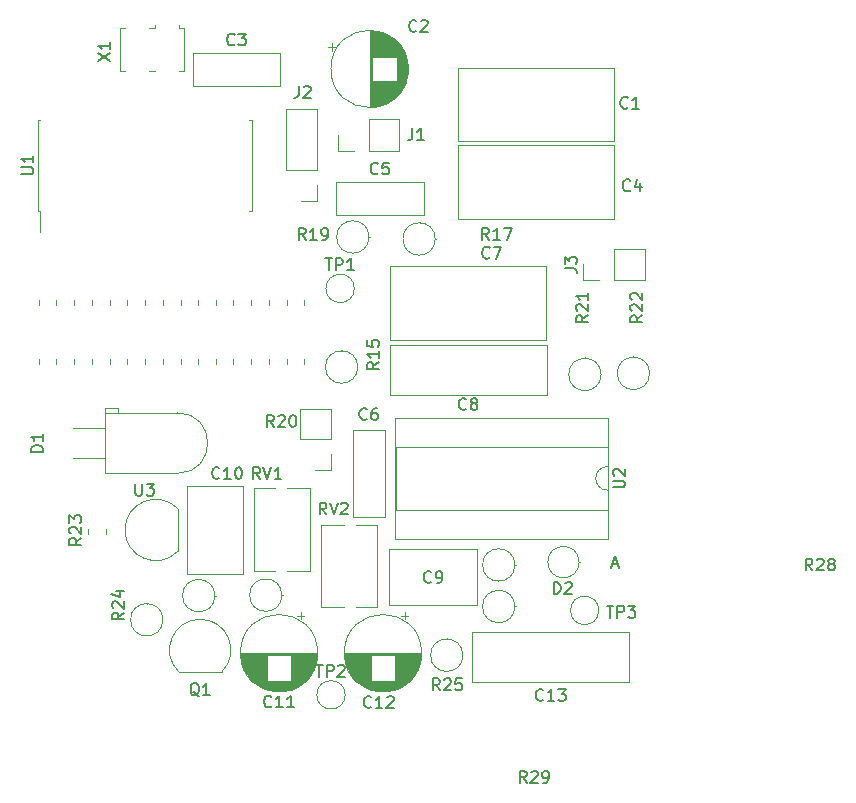
<source format=gbr>
%TF.GenerationSoftware,KiCad,Pcbnew,7.0.1*%
%TF.CreationDate,2023-04-15T20:00:27+02:00*%
%TF.ProjectId,weit_generator,77656974-5f67-4656-9e65-7261746f722e,rev?*%
%TF.SameCoordinates,Original*%
%TF.FileFunction,Legend,Top*%
%TF.FilePolarity,Positive*%
%FSLAX46Y46*%
G04 Gerber Fmt 4.6, Leading zero omitted, Abs format (unit mm)*
G04 Created by KiCad (PCBNEW 7.0.1) date 2023-04-15 20:00:27*
%MOMM*%
%LPD*%
G01*
G04 APERTURE LIST*
%ADD10C,0.150000*%
%ADD11C,0.120000*%
G04 APERTURE END LIST*
D10*
%TO.C,*%
%TO.C,C7*%
X139233333Y-96967380D02*
X139185714Y-97015000D01*
X139185714Y-97015000D02*
X139042857Y-97062619D01*
X139042857Y-97062619D02*
X138947619Y-97062619D01*
X138947619Y-97062619D02*
X138804762Y-97015000D01*
X138804762Y-97015000D02*
X138709524Y-96919761D01*
X138709524Y-96919761D02*
X138661905Y-96824523D01*
X138661905Y-96824523D02*
X138614286Y-96634047D01*
X138614286Y-96634047D02*
X138614286Y-96491190D01*
X138614286Y-96491190D02*
X138661905Y-96300714D01*
X138661905Y-96300714D02*
X138709524Y-96205476D01*
X138709524Y-96205476D02*
X138804762Y-96110238D01*
X138804762Y-96110238D02*
X138947619Y-96062619D01*
X138947619Y-96062619D02*
X139042857Y-96062619D01*
X139042857Y-96062619D02*
X139185714Y-96110238D01*
X139185714Y-96110238D02*
X139233333Y-96157857D01*
X139566667Y-96062619D02*
X140233333Y-96062619D01*
X140233333Y-96062619D02*
X139804762Y-97062619D01*
%TO.C,R15*%
X129862619Y-105842857D02*
X129386428Y-106176190D01*
X129862619Y-106414285D02*
X128862619Y-106414285D01*
X128862619Y-106414285D02*
X128862619Y-106033333D01*
X128862619Y-106033333D02*
X128910238Y-105938095D01*
X128910238Y-105938095D02*
X128957857Y-105890476D01*
X128957857Y-105890476D02*
X129053095Y-105842857D01*
X129053095Y-105842857D02*
X129195952Y-105842857D01*
X129195952Y-105842857D02*
X129291190Y-105890476D01*
X129291190Y-105890476D02*
X129338809Y-105938095D01*
X129338809Y-105938095D02*
X129386428Y-106033333D01*
X129386428Y-106033333D02*
X129386428Y-106414285D01*
X129862619Y-104890476D02*
X129862619Y-105461904D01*
X129862619Y-105176190D02*
X128862619Y-105176190D01*
X128862619Y-105176190D02*
X129005476Y-105271428D01*
X129005476Y-105271428D02*
X129100714Y-105366666D01*
X129100714Y-105366666D02*
X129148333Y-105461904D01*
X128862619Y-103985714D02*
X128862619Y-104461904D01*
X128862619Y-104461904D02*
X129338809Y-104509523D01*
X129338809Y-104509523D02*
X129291190Y-104461904D01*
X129291190Y-104461904D02*
X129243571Y-104366666D01*
X129243571Y-104366666D02*
X129243571Y-104128571D01*
X129243571Y-104128571D02*
X129291190Y-104033333D01*
X129291190Y-104033333D02*
X129338809Y-103985714D01*
X129338809Y-103985714D02*
X129434047Y-103938095D01*
X129434047Y-103938095D02*
X129672142Y-103938095D01*
X129672142Y-103938095D02*
X129767380Y-103985714D01*
X129767380Y-103985714D02*
X129815000Y-104033333D01*
X129815000Y-104033333D02*
X129862619Y-104128571D01*
X129862619Y-104128571D02*
X129862619Y-104366666D01*
X129862619Y-104366666D02*
X129815000Y-104461904D01*
X129815000Y-104461904D02*
X129767380Y-104509523D01*
%TO.C,C10*%
X116352142Y-115627380D02*
X116304523Y-115675000D01*
X116304523Y-115675000D02*
X116161666Y-115722619D01*
X116161666Y-115722619D02*
X116066428Y-115722619D01*
X116066428Y-115722619D02*
X115923571Y-115675000D01*
X115923571Y-115675000D02*
X115828333Y-115579761D01*
X115828333Y-115579761D02*
X115780714Y-115484523D01*
X115780714Y-115484523D02*
X115733095Y-115294047D01*
X115733095Y-115294047D02*
X115733095Y-115151190D01*
X115733095Y-115151190D02*
X115780714Y-114960714D01*
X115780714Y-114960714D02*
X115828333Y-114865476D01*
X115828333Y-114865476D02*
X115923571Y-114770238D01*
X115923571Y-114770238D02*
X116066428Y-114722619D01*
X116066428Y-114722619D02*
X116161666Y-114722619D01*
X116161666Y-114722619D02*
X116304523Y-114770238D01*
X116304523Y-114770238D02*
X116352142Y-114817857D01*
X117304523Y-115722619D02*
X116733095Y-115722619D01*
X117018809Y-115722619D02*
X117018809Y-114722619D01*
X117018809Y-114722619D02*
X116923571Y-114865476D01*
X116923571Y-114865476D02*
X116828333Y-114960714D01*
X116828333Y-114960714D02*
X116733095Y-115008333D01*
X117923571Y-114722619D02*
X118018809Y-114722619D01*
X118018809Y-114722619D02*
X118114047Y-114770238D01*
X118114047Y-114770238D02*
X118161666Y-114817857D01*
X118161666Y-114817857D02*
X118209285Y-114913095D01*
X118209285Y-114913095D02*
X118256904Y-115103571D01*
X118256904Y-115103571D02*
X118256904Y-115341666D01*
X118256904Y-115341666D02*
X118209285Y-115532142D01*
X118209285Y-115532142D02*
X118161666Y-115627380D01*
X118161666Y-115627380D02*
X118114047Y-115675000D01*
X118114047Y-115675000D02*
X118018809Y-115722619D01*
X118018809Y-115722619D02*
X117923571Y-115722619D01*
X117923571Y-115722619D02*
X117828333Y-115675000D01*
X117828333Y-115675000D02*
X117780714Y-115627380D01*
X117780714Y-115627380D02*
X117733095Y-115532142D01*
X117733095Y-115532142D02*
X117685476Y-115341666D01*
X117685476Y-115341666D02*
X117685476Y-115103571D01*
X117685476Y-115103571D02*
X117733095Y-114913095D01*
X117733095Y-114913095D02*
X117780714Y-114817857D01*
X117780714Y-114817857D02*
X117828333Y-114770238D01*
X117828333Y-114770238D02*
X117923571Y-114722619D01*
%TO.C,J1*%
X132666666Y-86042619D02*
X132666666Y-86756904D01*
X132666666Y-86756904D02*
X132619047Y-86899761D01*
X132619047Y-86899761D02*
X132523809Y-86995000D01*
X132523809Y-86995000D02*
X132380952Y-87042619D01*
X132380952Y-87042619D02*
X132285714Y-87042619D01*
X133666666Y-87042619D02*
X133095238Y-87042619D01*
X133380952Y-87042619D02*
X133380952Y-86042619D01*
X133380952Y-86042619D02*
X133285714Y-86185476D01*
X133285714Y-86185476D02*
X133190476Y-86280714D01*
X133190476Y-86280714D02*
X133095238Y-86328333D01*
%TO.C,R19*%
X123652142Y-95492619D02*
X123318809Y-95016428D01*
X123080714Y-95492619D02*
X123080714Y-94492619D01*
X123080714Y-94492619D02*
X123461666Y-94492619D01*
X123461666Y-94492619D02*
X123556904Y-94540238D01*
X123556904Y-94540238D02*
X123604523Y-94587857D01*
X123604523Y-94587857D02*
X123652142Y-94683095D01*
X123652142Y-94683095D02*
X123652142Y-94825952D01*
X123652142Y-94825952D02*
X123604523Y-94921190D01*
X123604523Y-94921190D02*
X123556904Y-94968809D01*
X123556904Y-94968809D02*
X123461666Y-95016428D01*
X123461666Y-95016428D02*
X123080714Y-95016428D01*
X124604523Y-95492619D02*
X124033095Y-95492619D01*
X124318809Y-95492619D02*
X124318809Y-94492619D01*
X124318809Y-94492619D02*
X124223571Y-94635476D01*
X124223571Y-94635476D02*
X124128333Y-94730714D01*
X124128333Y-94730714D02*
X124033095Y-94778333D01*
X125080714Y-95492619D02*
X125271190Y-95492619D01*
X125271190Y-95492619D02*
X125366428Y-95445000D01*
X125366428Y-95445000D02*
X125414047Y-95397380D01*
X125414047Y-95397380D02*
X125509285Y-95254523D01*
X125509285Y-95254523D02*
X125556904Y-95064047D01*
X125556904Y-95064047D02*
X125556904Y-94683095D01*
X125556904Y-94683095D02*
X125509285Y-94587857D01*
X125509285Y-94587857D02*
X125461666Y-94540238D01*
X125461666Y-94540238D02*
X125366428Y-94492619D01*
X125366428Y-94492619D02*
X125175952Y-94492619D01*
X125175952Y-94492619D02*
X125080714Y-94540238D01*
X125080714Y-94540238D02*
X125033095Y-94587857D01*
X125033095Y-94587857D02*
X124985476Y-94683095D01*
X124985476Y-94683095D02*
X124985476Y-94921190D01*
X124985476Y-94921190D02*
X125033095Y-95016428D01*
X125033095Y-95016428D02*
X125080714Y-95064047D01*
X125080714Y-95064047D02*
X125175952Y-95111666D01*
X125175952Y-95111666D02*
X125366428Y-95111666D01*
X125366428Y-95111666D02*
X125461666Y-95064047D01*
X125461666Y-95064047D02*
X125509285Y-95016428D01*
X125509285Y-95016428D02*
X125556904Y-94921190D01*
%TO.C,J3*%
X145612619Y-97893333D02*
X146326904Y-97893333D01*
X146326904Y-97893333D02*
X146469761Y-97940952D01*
X146469761Y-97940952D02*
X146565000Y-98036190D01*
X146565000Y-98036190D02*
X146612619Y-98179047D01*
X146612619Y-98179047D02*
X146612619Y-98274285D01*
X145612619Y-97512380D02*
X145612619Y-96893333D01*
X145612619Y-96893333D02*
X145993571Y-97226666D01*
X145993571Y-97226666D02*
X145993571Y-97083809D01*
X145993571Y-97083809D02*
X146041190Y-96988571D01*
X146041190Y-96988571D02*
X146088809Y-96940952D01*
X146088809Y-96940952D02*
X146184047Y-96893333D01*
X146184047Y-96893333D02*
X146422142Y-96893333D01*
X146422142Y-96893333D02*
X146517380Y-96940952D01*
X146517380Y-96940952D02*
X146565000Y-96988571D01*
X146565000Y-96988571D02*
X146612619Y-97083809D01*
X146612619Y-97083809D02*
X146612619Y-97369523D01*
X146612619Y-97369523D02*
X146565000Y-97464761D01*
X146565000Y-97464761D02*
X146517380Y-97512380D01*
%TO.C,R20*%
X120952142Y-111322619D02*
X120618809Y-110846428D01*
X120380714Y-111322619D02*
X120380714Y-110322619D01*
X120380714Y-110322619D02*
X120761666Y-110322619D01*
X120761666Y-110322619D02*
X120856904Y-110370238D01*
X120856904Y-110370238D02*
X120904523Y-110417857D01*
X120904523Y-110417857D02*
X120952142Y-110513095D01*
X120952142Y-110513095D02*
X120952142Y-110655952D01*
X120952142Y-110655952D02*
X120904523Y-110751190D01*
X120904523Y-110751190D02*
X120856904Y-110798809D01*
X120856904Y-110798809D02*
X120761666Y-110846428D01*
X120761666Y-110846428D02*
X120380714Y-110846428D01*
X121333095Y-110417857D02*
X121380714Y-110370238D01*
X121380714Y-110370238D02*
X121475952Y-110322619D01*
X121475952Y-110322619D02*
X121714047Y-110322619D01*
X121714047Y-110322619D02*
X121809285Y-110370238D01*
X121809285Y-110370238D02*
X121856904Y-110417857D01*
X121856904Y-110417857D02*
X121904523Y-110513095D01*
X121904523Y-110513095D02*
X121904523Y-110608333D01*
X121904523Y-110608333D02*
X121856904Y-110751190D01*
X121856904Y-110751190D02*
X121285476Y-111322619D01*
X121285476Y-111322619D02*
X121904523Y-111322619D01*
X122523571Y-110322619D02*
X122618809Y-110322619D01*
X122618809Y-110322619D02*
X122714047Y-110370238D01*
X122714047Y-110370238D02*
X122761666Y-110417857D01*
X122761666Y-110417857D02*
X122809285Y-110513095D01*
X122809285Y-110513095D02*
X122856904Y-110703571D01*
X122856904Y-110703571D02*
X122856904Y-110941666D01*
X122856904Y-110941666D02*
X122809285Y-111132142D01*
X122809285Y-111132142D02*
X122761666Y-111227380D01*
X122761666Y-111227380D02*
X122714047Y-111275000D01*
X122714047Y-111275000D02*
X122618809Y-111322619D01*
X122618809Y-111322619D02*
X122523571Y-111322619D01*
X122523571Y-111322619D02*
X122428333Y-111275000D01*
X122428333Y-111275000D02*
X122380714Y-111227380D01*
X122380714Y-111227380D02*
X122333095Y-111132142D01*
X122333095Y-111132142D02*
X122285476Y-110941666D01*
X122285476Y-110941666D02*
X122285476Y-110703571D01*
X122285476Y-110703571D02*
X122333095Y-110513095D01*
X122333095Y-110513095D02*
X122380714Y-110417857D01*
X122380714Y-110417857D02*
X122428333Y-110370238D01*
X122428333Y-110370238D02*
X122523571Y-110322619D01*
%TO.C,C9*%
X134278333Y-124427380D02*
X134230714Y-124475000D01*
X134230714Y-124475000D02*
X134087857Y-124522619D01*
X134087857Y-124522619D02*
X133992619Y-124522619D01*
X133992619Y-124522619D02*
X133849762Y-124475000D01*
X133849762Y-124475000D02*
X133754524Y-124379761D01*
X133754524Y-124379761D02*
X133706905Y-124284523D01*
X133706905Y-124284523D02*
X133659286Y-124094047D01*
X133659286Y-124094047D02*
X133659286Y-123951190D01*
X133659286Y-123951190D02*
X133706905Y-123760714D01*
X133706905Y-123760714D02*
X133754524Y-123665476D01*
X133754524Y-123665476D02*
X133849762Y-123570238D01*
X133849762Y-123570238D02*
X133992619Y-123522619D01*
X133992619Y-123522619D02*
X134087857Y-123522619D01*
X134087857Y-123522619D02*
X134230714Y-123570238D01*
X134230714Y-123570238D02*
X134278333Y-123617857D01*
X134754524Y-124522619D02*
X134945000Y-124522619D01*
X134945000Y-124522619D02*
X135040238Y-124475000D01*
X135040238Y-124475000D02*
X135087857Y-124427380D01*
X135087857Y-124427380D02*
X135183095Y-124284523D01*
X135183095Y-124284523D02*
X135230714Y-124094047D01*
X135230714Y-124094047D02*
X135230714Y-123713095D01*
X135230714Y-123713095D02*
X135183095Y-123617857D01*
X135183095Y-123617857D02*
X135135476Y-123570238D01*
X135135476Y-123570238D02*
X135040238Y-123522619D01*
X135040238Y-123522619D02*
X134849762Y-123522619D01*
X134849762Y-123522619D02*
X134754524Y-123570238D01*
X134754524Y-123570238D02*
X134706905Y-123617857D01*
X134706905Y-123617857D02*
X134659286Y-123713095D01*
X134659286Y-123713095D02*
X134659286Y-123951190D01*
X134659286Y-123951190D02*
X134706905Y-124046428D01*
X134706905Y-124046428D02*
X134754524Y-124094047D01*
X134754524Y-124094047D02*
X134849762Y-124141666D01*
X134849762Y-124141666D02*
X135040238Y-124141666D01*
X135040238Y-124141666D02*
X135135476Y-124094047D01*
X135135476Y-124094047D02*
X135183095Y-124046428D01*
X135183095Y-124046428D02*
X135230714Y-123951190D01*
%TO.C,C13*%
X143757142Y-134417380D02*
X143709523Y-134465000D01*
X143709523Y-134465000D02*
X143566666Y-134512619D01*
X143566666Y-134512619D02*
X143471428Y-134512619D01*
X143471428Y-134512619D02*
X143328571Y-134465000D01*
X143328571Y-134465000D02*
X143233333Y-134369761D01*
X143233333Y-134369761D02*
X143185714Y-134274523D01*
X143185714Y-134274523D02*
X143138095Y-134084047D01*
X143138095Y-134084047D02*
X143138095Y-133941190D01*
X143138095Y-133941190D02*
X143185714Y-133750714D01*
X143185714Y-133750714D02*
X143233333Y-133655476D01*
X143233333Y-133655476D02*
X143328571Y-133560238D01*
X143328571Y-133560238D02*
X143471428Y-133512619D01*
X143471428Y-133512619D02*
X143566666Y-133512619D01*
X143566666Y-133512619D02*
X143709523Y-133560238D01*
X143709523Y-133560238D02*
X143757142Y-133607857D01*
X144709523Y-134512619D02*
X144138095Y-134512619D01*
X144423809Y-134512619D02*
X144423809Y-133512619D01*
X144423809Y-133512619D02*
X144328571Y-133655476D01*
X144328571Y-133655476D02*
X144233333Y-133750714D01*
X144233333Y-133750714D02*
X144138095Y-133798333D01*
X145042857Y-133512619D02*
X145661904Y-133512619D01*
X145661904Y-133512619D02*
X145328571Y-133893571D01*
X145328571Y-133893571D02*
X145471428Y-133893571D01*
X145471428Y-133893571D02*
X145566666Y-133941190D01*
X145566666Y-133941190D02*
X145614285Y-133988809D01*
X145614285Y-133988809D02*
X145661904Y-134084047D01*
X145661904Y-134084047D02*
X145661904Y-134322142D01*
X145661904Y-134322142D02*
X145614285Y-134417380D01*
X145614285Y-134417380D02*
X145566666Y-134465000D01*
X145566666Y-134465000D02*
X145471428Y-134512619D01*
X145471428Y-134512619D02*
X145185714Y-134512619D01*
X145185714Y-134512619D02*
X145090476Y-134465000D01*
X145090476Y-134465000D02*
X145042857Y-134417380D01*
%TO.C,D1*%
X101397619Y-113418094D02*
X100397619Y-113418094D01*
X100397619Y-113418094D02*
X100397619Y-113179999D01*
X100397619Y-113179999D02*
X100445238Y-113037142D01*
X100445238Y-113037142D02*
X100540476Y-112941904D01*
X100540476Y-112941904D02*
X100635714Y-112894285D01*
X100635714Y-112894285D02*
X100826190Y-112846666D01*
X100826190Y-112846666D02*
X100969047Y-112846666D01*
X100969047Y-112846666D02*
X101159523Y-112894285D01*
X101159523Y-112894285D02*
X101254761Y-112941904D01*
X101254761Y-112941904D02*
X101350000Y-113037142D01*
X101350000Y-113037142D02*
X101397619Y-113179999D01*
X101397619Y-113179999D02*
X101397619Y-113418094D01*
X101397619Y-111894285D02*
X101397619Y-112465713D01*
X101397619Y-112179999D02*
X100397619Y-112179999D01*
X100397619Y-112179999D02*
X100540476Y-112275237D01*
X100540476Y-112275237D02*
X100635714Y-112370475D01*
X100635714Y-112370475D02*
X100683333Y-112465713D01*
%TO.C,R24*%
X108262619Y-127042857D02*
X107786428Y-127376190D01*
X108262619Y-127614285D02*
X107262619Y-127614285D01*
X107262619Y-127614285D02*
X107262619Y-127233333D01*
X107262619Y-127233333D02*
X107310238Y-127138095D01*
X107310238Y-127138095D02*
X107357857Y-127090476D01*
X107357857Y-127090476D02*
X107453095Y-127042857D01*
X107453095Y-127042857D02*
X107595952Y-127042857D01*
X107595952Y-127042857D02*
X107691190Y-127090476D01*
X107691190Y-127090476D02*
X107738809Y-127138095D01*
X107738809Y-127138095D02*
X107786428Y-127233333D01*
X107786428Y-127233333D02*
X107786428Y-127614285D01*
X107357857Y-126661904D02*
X107310238Y-126614285D01*
X107310238Y-126614285D02*
X107262619Y-126519047D01*
X107262619Y-126519047D02*
X107262619Y-126280952D01*
X107262619Y-126280952D02*
X107310238Y-126185714D01*
X107310238Y-126185714D02*
X107357857Y-126138095D01*
X107357857Y-126138095D02*
X107453095Y-126090476D01*
X107453095Y-126090476D02*
X107548333Y-126090476D01*
X107548333Y-126090476D02*
X107691190Y-126138095D01*
X107691190Y-126138095D02*
X108262619Y-126709523D01*
X108262619Y-126709523D02*
X108262619Y-126090476D01*
X107595952Y-125233333D02*
X108262619Y-125233333D01*
X107215000Y-125471428D02*
X107929285Y-125709523D01*
X107929285Y-125709523D02*
X107929285Y-125090476D01*
%TO.C,R25*%
X135007142Y-133612619D02*
X134673809Y-133136428D01*
X134435714Y-133612619D02*
X134435714Y-132612619D01*
X134435714Y-132612619D02*
X134816666Y-132612619D01*
X134816666Y-132612619D02*
X134911904Y-132660238D01*
X134911904Y-132660238D02*
X134959523Y-132707857D01*
X134959523Y-132707857D02*
X135007142Y-132803095D01*
X135007142Y-132803095D02*
X135007142Y-132945952D01*
X135007142Y-132945952D02*
X134959523Y-133041190D01*
X134959523Y-133041190D02*
X134911904Y-133088809D01*
X134911904Y-133088809D02*
X134816666Y-133136428D01*
X134816666Y-133136428D02*
X134435714Y-133136428D01*
X135388095Y-132707857D02*
X135435714Y-132660238D01*
X135435714Y-132660238D02*
X135530952Y-132612619D01*
X135530952Y-132612619D02*
X135769047Y-132612619D01*
X135769047Y-132612619D02*
X135864285Y-132660238D01*
X135864285Y-132660238D02*
X135911904Y-132707857D01*
X135911904Y-132707857D02*
X135959523Y-132803095D01*
X135959523Y-132803095D02*
X135959523Y-132898333D01*
X135959523Y-132898333D02*
X135911904Y-133041190D01*
X135911904Y-133041190D02*
X135340476Y-133612619D01*
X135340476Y-133612619D02*
X135959523Y-133612619D01*
X136864285Y-132612619D02*
X136388095Y-132612619D01*
X136388095Y-132612619D02*
X136340476Y-133088809D01*
X136340476Y-133088809D02*
X136388095Y-133041190D01*
X136388095Y-133041190D02*
X136483333Y-132993571D01*
X136483333Y-132993571D02*
X136721428Y-132993571D01*
X136721428Y-132993571D02*
X136816666Y-133041190D01*
X136816666Y-133041190D02*
X136864285Y-133088809D01*
X136864285Y-133088809D02*
X136911904Y-133184047D01*
X136911904Y-133184047D02*
X136911904Y-133422142D01*
X136911904Y-133422142D02*
X136864285Y-133517380D01*
X136864285Y-133517380D02*
X136816666Y-133565000D01*
X136816666Y-133565000D02*
X136721428Y-133612619D01*
X136721428Y-133612619D02*
X136483333Y-133612619D01*
X136483333Y-133612619D02*
X136388095Y-133565000D01*
X136388095Y-133565000D02*
X136340476Y-133517380D01*
%TO.C,R17*%
X139157142Y-95462619D02*
X138823809Y-94986428D01*
X138585714Y-95462619D02*
X138585714Y-94462619D01*
X138585714Y-94462619D02*
X138966666Y-94462619D01*
X138966666Y-94462619D02*
X139061904Y-94510238D01*
X139061904Y-94510238D02*
X139109523Y-94557857D01*
X139109523Y-94557857D02*
X139157142Y-94653095D01*
X139157142Y-94653095D02*
X139157142Y-94795952D01*
X139157142Y-94795952D02*
X139109523Y-94891190D01*
X139109523Y-94891190D02*
X139061904Y-94938809D01*
X139061904Y-94938809D02*
X138966666Y-94986428D01*
X138966666Y-94986428D02*
X138585714Y-94986428D01*
X140109523Y-95462619D02*
X139538095Y-95462619D01*
X139823809Y-95462619D02*
X139823809Y-94462619D01*
X139823809Y-94462619D02*
X139728571Y-94605476D01*
X139728571Y-94605476D02*
X139633333Y-94700714D01*
X139633333Y-94700714D02*
X139538095Y-94748333D01*
X140442857Y-94462619D02*
X141109523Y-94462619D01*
X141109523Y-94462619D02*
X140680952Y-95462619D01*
%TO.C,R21*%
X147557619Y-101872857D02*
X147081428Y-102206190D01*
X147557619Y-102444285D02*
X146557619Y-102444285D01*
X146557619Y-102444285D02*
X146557619Y-102063333D01*
X146557619Y-102063333D02*
X146605238Y-101968095D01*
X146605238Y-101968095D02*
X146652857Y-101920476D01*
X146652857Y-101920476D02*
X146748095Y-101872857D01*
X146748095Y-101872857D02*
X146890952Y-101872857D01*
X146890952Y-101872857D02*
X146986190Y-101920476D01*
X146986190Y-101920476D02*
X147033809Y-101968095D01*
X147033809Y-101968095D02*
X147081428Y-102063333D01*
X147081428Y-102063333D02*
X147081428Y-102444285D01*
X146652857Y-101491904D02*
X146605238Y-101444285D01*
X146605238Y-101444285D02*
X146557619Y-101349047D01*
X146557619Y-101349047D02*
X146557619Y-101110952D01*
X146557619Y-101110952D02*
X146605238Y-101015714D01*
X146605238Y-101015714D02*
X146652857Y-100968095D01*
X146652857Y-100968095D02*
X146748095Y-100920476D01*
X146748095Y-100920476D02*
X146843333Y-100920476D01*
X146843333Y-100920476D02*
X146986190Y-100968095D01*
X146986190Y-100968095D02*
X147557619Y-101539523D01*
X147557619Y-101539523D02*
X147557619Y-100920476D01*
X147557619Y-99968095D02*
X147557619Y-100539523D01*
X147557619Y-100253809D02*
X146557619Y-100253809D01*
X146557619Y-100253809D02*
X146700476Y-100349047D01*
X146700476Y-100349047D02*
X146795714Y-100444285D01*
X146795714Y-100444285D02*
X146843333Y-100539523D01*
%TO.C,R23*%
X104657619Y-120702857D02*
X104181428Y-121036190D01*
X104657619Y-121274285D02*
X103657619Y-121274285D01*
X103657619Y-121274285D02*
X103657619Y-120893333D01*
X103657619Y-120893333D02*
X103705238Y-120798095D01*
X103705238Y-120798095D02*
X103752857Y-120750476D01*
X103752857Y-120750476D02*
X103848095Y-120702857D01*
X103848095Y-120702857D02*
X103990952Y-120702857D01*
X103990952Y-120702857D02*
X104086190Y-120750476D01*
X104086190Y-120750476D02*
X104133809Y-120798095D01*
X104133809Y-120798095D02*
X104181428Y-120893333D01*
X104181428Y-120893333D02*
X104181428Y-121274285D01*
X103752857Y-120321904D02*
X103705238Y-120274285D01*
X103705238Y-120274285D02*
X103657619Y-120179047D01*
X103657619Y-120179047D02*
X103657619Y-119940952D01*
X103657619Y-119940952D02*
X103705238Y-119845714D01*
X103705238Y-119845714D02*
X103752857Y-119798095D01*
X103752857Y-119798095D02*
X103848095Y-119750476D01*
X103848095Y-119750476D02*
X103943333Y-119750476D01*
X103943333Y-119750476D02*
X104086190Y-119798095D01*
X104086190Y-119798095D02*
X104657619Y-120369523D01*
X104657619Y-120369523D02*
X104657619Y-119750476D01*
X103657619Y-119417142D02*
X103657619Y-118798095D01*
X103657619Y-118798095D02*
X104038571Y-119131428D01*
X104038571Y-119131428D02*
X104038571Y-118988571D01*
X104038571Y-118988571D02*
X104086190Y-118893333D01*
X104086190Y-118893333D02*
X104133809Y-118845714D01*
X104133809Y-118845714D02*
X104229047Y-118798095D01*
X104229047Y-118798095D02*
X104467142Y-118798095D01*
X104467142Y-118798095D02*
X104562380Y-118845714D01*
X104562380Y-118845714D02*
X104610000Y-118893333D01*
X104610000Y-118893333D02*
X104657619Y-118988571D01*
X104657619Y-118988571D02*
X104657619Y-119274285D01*
X104657619Y-119274285D02*
X104610000Y-119369523D01*
X104610000Y-119369523D02*
X104562380Y-119417142D01*
%TO.C,C8*%
X137233333Y-109767380D02*
X137185714Y-109815000D01*
X137185714Y-109815000D02*
X137042857Y-109862619D01*
X137042857Y-109862619D02*
X136947619Y-109862619D01*
X136947619Y-109862619D02*
X136804762Y-109815000D01*
X136804762Y-109815000D02*
X136709524Y-109719761D01*
X136709524Y-109719761D02*
X136661905Y-109624523D01*
X136661905Y-109624523D02*
X136614286Y-109434047D01*
X136614286Y-109434047D02*
X136614286Y-109291190D01*
X136614286Y-109291190D02*
X136661905Y-109100714D01*
X136661905Y-109100714D02*
X136709524Y-109005476D01*
X136709524Y-109005476D02*
X136804762Y-108910238D01*
X136804762Y-108910238D02*
X136947619Y-108862619D01*
X136947619Y-108862619D02*
X137042857Y-108862619D01*
X137042857Y-108862619D02*
X137185714Y-108910238D01*
X137185714Y-108910238D02*
X137233333Y-108957857D01*
X137804762Y-109291190D02*
X137709524Y-109243571D01*
X137709524Y-109243571D02*
X137661905Y-109195952D01*
X137661905Y-109195952D02*
X137614286Y-109100714D01*
X137614286Y-109100714D02*
X137614286Y-109053095D01*
X137614286Y-109053095D02*
X137661905Y-108957857D01*
X137661905Y-108957857D02*
X137709524Y-108910238D01*
X137709524Y-108910238D02*
X137804762Y-108862619D01*
X137804762Y-108862619D02*
X137995238Y-108862619D01*
X137995238Y-108862619D02*
X138090476Y-108910238D01*
X138090476Y-108910238D02*
X138138095Y-108957857D01*
X138138095Y-108957857D02*
X138185714Y-109053095D01*
X138185714Y-109053095D02*
X138185714Y-109100714D01*
X138185714Y-109100714D02*
X138138095Y-109195952D01*
X138138095Y-109195952D02*
X138090476Y-109243571D01*
X138090476Y-109243571D02*
X137995238Y-109291190D01*
X137995238Y-109291190D02*
X137804762Y-109291190D01*
X137804762Y-109291190D02*
X137709524Y-109338809D01*
X137709524Y-109338809D02*
X137661905Y-109386428D01*
X137661905Y-109386428D02*
X137614286Y-109481666D01*
X137614286Y-109481666D02*
X137614286Y-109672142D01*
X137614286Y-109672142D02*
X137661905Y-109767380D01*
X137661905Y-109767380D02*
X137709524Y-109815000D01*
X137709524Y-109815000D02*
X137804762Y-109862619D01*
X137804762Y-109862619D02*
X137995238Y-109862619D01*
X137995238Y-109862619D02*
X138090476Y-109815000D01*
X138090476Y-109815000D02*
X138138095Y-109767380D01*
X138138095Y-109767380D02*
X138185714Y-109672142D01*
X138185714Y-109672142D02*
X138185714Y-109481666D01*
X138185714Y-109481666D02*
X138138095Y-109386428D01*
X138138095Y-109386428D02*
X138090476Y-109338809D01*
X138090476Y-109338809D02*
X137995238Y-109291190D01*
%TO.C,C3*%
X117633333Y-78917380D02*
X117585714Y-78965000D01*
X117585714Y-78965000D02*
X117442857Y-79012619D01*
X117442857Y-79012619D02*
X117347619Y-79012619D01*
X117347619Y-79012619D02*
X117204762Y-78965000D01*
X117204762Y-78965000D02*
X117109524Y-78869761D01*
X117109524Y-78869761D02*
X117061905Y-78774523D01*
X117061905Y-78774523D02*
X117014286Y-78584047D01*
X117014286Y-78584047D02*
X117014286Y-78441190D01*
X117014286Y-78441190D02*
X117061905Y-78250714D01*
X117061905Y-78250714D02*
X117109524Y-78155476D01*
X117109524Y-78155476D02*
X117204762Y-78060238D01*
X117204762Y-78060238D02*
X117347619Y-78012619D01*
X117347619Y-78012619D02*
X117442857Y-78012619D01*
X117442857Y-78012619D02*
X117585714Y-78060238D01*
X117585714Y-78060238D02*
X117633333Y-78107857D01*
X117966667Y-78012619D02*
X118585714Y-78012619D01*
X118585714Y-78012619D02*
X118252381Y-78393571D01*
X118252381Y-78393571D02*
X118395238Y-78393571D01*
X118395238Y-78393571D02*
X118490476Y-78441190D01*
X118490476Y-78441190D02*
X118538095Y-78488809D01*
X118538095Y-78488809D02*
X118585714Y-78584047D01*
X118585714Y-78584047D02*
X118585714Y-78822142D01*
X118585714Y-78822142D02*
X118538095Y-78917380D01*
X118538095Y-78917380D02*
X118490476Y-78965000D01*
X118490476Y-78965000D02*
X118395238Y-79012619D01*
X118395238Y-79012619D02*
X118109524Y-79012619D01*
X118109524Y-79012619D02*
X118014286Y-78965000D01*
X118014286Y-78965000D02*
X117966667Y-78917380D01*
%TO.C,C4*%
X151128333Y-91267380D02*
X151080714Y-91315000D01*
X151080714Y-91315000D02*
X150937857Y-91362619D01*
X150937857Y-91362619D02*
X150842619Y-91362619D01*
X150842619Y-91362619D02*
X150699762Y-91315000D01*
X150699762Y-91315000D02*
X150604524Y-91219761D01*
X150604524Y-91219761D02*
X150556905Y-91124523D01*
X150556905Y-91124523D02*
X150509286Y-90934047D01*
X150509286Y-90934047D02*
X150509286Y-90791190D01*
X150509286Y-90791190D02*
X150556905Y-90600714D01*
X150556905Y-90600714D02*
X150604524Y-90505476D01*
X150604524Y-90505476D02*
X150699762Y-90410238D01*
X150699762Y-90410238D02*
X150842619Y-90362619D01*
X150842619Y-90362619D02*
X150937857Y-90362619D01*
X150937857Y-90362619D02*
X151080714Y-90410238D01*
X151080714Y-90410238D02*
X151128333Y-90457857D01*
X151985476Y-90695952D02*
X151985476Y-91362619D01*
X151747381Y-90315000D02*
X151509286Y-91029285D01*
X151509286Y-91029285D02*
X152128333Y-91029285D01*
%TO.C,J2*%
X123066666Y-82462619D02*
X123066666Y-83176904D01*
X123066666Y-83176904D02*
X123019047Y-83319761D01*
X123019047Y-83319761D02*
X122923809Y-83415000D01*
X122923809Y-83415000D02*
X122780952Y-83462619D01*
X122780952Y-83462619D02*
X122685714Y-83462619D01*
X123495238Y-82557857D02*
X123542857Y-82510238D01*
X123542857Y-82510238D02*
X123638095Y-82462619D01*
X123638095Y-82462619D02*
X123876190Y-82462619D01*
X123876190Y-82462619D02*
X123971428Y-82510238D01*
X123971428Y-82510238D02*
X124019047Y-82557857D01*
X124019047Y-82557857D02*
X124066666Y-82653095D01*
X124066666Y-82653095D02*
X124066666Y-82748333D01*
X124066666Y-82748333D02*
X124019047Y-82891190D01*
X124019047Y-82891190D02*
X123447619Y-83462619D01*
X123447619Y-83462619D02*
X124066666Y-83462619D01*
%TO.C,RV2*%
X125399761Y-118722619D02*
X125066428Y-118246428D01*
X124828333Y-118722619D02*
X124828333Y-117722619D01*
X124828333Y-117722619D02*
X125209285Y-117722619D01*
X125209285Y-117722619D02*
X125304523Y-117770238D01*
X125304523Y-117770238D02*
X125352142Y-117817857D01*
X125352142Y-117817857D02*
X125399761Y-117913095D01*
X125399761Y-117913095D02*
X125399761Y-118055952D01*
X125399761Y-118055952D02*
X125352142Y-118151190D01*
X125352142Y-118151190D02*
X125304523Y-118198809D01*
X125304523Y-118198809D02*
X125209285Y-118246428D01*
X125209285Y-118246428D02*
X124828333Y-118246428D01*
X125685476Y-117722619D02*
X126018809Y-118722619D01*
X126018809Y-118722619D02*
X126352142Y-117722619D01*
X126637857Y-117817857D02*
X126685476Y-117770238D01*
X126685476Y-117770238D02*
X126780714Y-117722619D01*
X126780714Y-117722619D02*
X127018809Y-117722619D01*
X127018809Y-117722619D02*
X127114047Y-117770238D01*
X127114047Y-117770238D02*
X127161666Y-117817857D01*
X127161666Y-117817857D02*
X127209285Y-117913095D01*
X127209285Y-117913095D02*
X127209285Y-118008333D01*
X127209285Y-118008333D02*
X127161666Y-118151190D01*
X127161666Y-118151190D02*
X126590238Y-118722619D01*
X126590238Y-118722619D02*
X127209285Y-118722619D01*
%TO.C,TP3*%
X149138095Y-126462619D02*
X149709523Y-126462619D01*
X149423809Y-127462619D02*
X149423809Y-126462619D01*
X150042857Y-127462619D02*
X150042857Y-126462619D01*
X150042857Y-126462619D02*
X150423809Y-126462619D01*
X150423809Y-126462619D02*
X150519047Y-126510238D01*
X150519047Y-126510238D02*
X150566666Y-126557857D01*
X150566666Y-126557857D02*
X150614285Y-126653095D01*
X150614285Y-126653095D02*
X150614285Y-126795952D01*
X150614285Y-126795952D02*
X150566666Y-126891190D01*
X150566666Y-126891190D02*
X150519047Y-126938809D01*
X150519047Y-126938809D02*
X150423809Y-126986428D01*
X150423809Y-126986428D02*
X150042857Y-126986428D01*
X150947619Y-126462619D02*
X151566666Y-126462619D01*
X151566666Y-126462619D02*
X151233333Y-126843571D01*
X151233333Y-126843571D02*
X151376190Y-126843571D01*
X151376190Y-126843571D02*
X151471428Y-126891190D01*
X151471428Y-126891190D02*
X151519047Y-126938809D01*
X151519047Y-126938809D02*
X151566666Y-127034047D01*
X151566666Y-127034047D02*
X151566666Y-127272142D01*
X151566666Y-127272142D02*
X151519047Y-127367380D01*
X151519047Y-127367380D02*
X151471428Y-127415000D01*
X151471428Y-127415000D02*
X151376190Y-127462619D01*
X151376190Y-127462619D02*
X151090476Y-127462619D01*
X151090476Y-127462619D02*
X150995238Y-127415000D01*
X150995238Y-127415000D02*
X150947619Y-127367380D01*
%TO.C,C12*%
X129207142Y-135017380D02*
X129159523Y-135065000D01*
X129159523Y-135065000D02*
X129016666Y-135112619D01*
X129016666Y-135112619D02*
X128921428Y-135112619D01*
X128921428Y-135112619D02*
X128778571Y-135065000D01*
X128778571Y-135065000D02*
X128683333Y-134969761D01*
X128683333Y-134969761D02*
X128635714Y-134874523D01*
X128635714Y-134874523D02*
X128588095Y-134684047D01*
X128588095Y-134684047D02*
X128588095Y-134541190D01*
X128588095Y-134541190D02*
X128635714Y-134350714D01*
X128635714Y-134350714D02*
X128683333Y-134255476D01*
X128683333Y-134255476D02*
X128778571Y-134160238D01*
X128778571Y-134160238D02*
X128921428Y-134112619D01*
X128921428Y-134112619D02*
X129016666Y-134112619D01*
X129016666Y-134112619D02*
X129159523Y-134160238D01*
X129159523Y-134160238D02*
X129207142Y-134207857D01*
X130159523Y-135112619D02*
X129588095Y-135112619D01*
X129873809Y-135112619D02*
X129873809Y-134112619D01*
X129873809Y-134112619D02*
X129778571Y-134255476D01*
X129778571Y-134255476D02*
X129683333Y-134350714D01*
X129683333Y-134350714D02*
X129588095Y-134398333D01*
X130540476Y-134207857D02*
X130588095Y-134160238D01*
X130588095Y-134160238D02*
X130683333Y-134112619D01*
X130683333Y-134112619D02*
X130921428Y-134112619D01*
X130921428Y-134112619D02*
X131016666Y-134160238D01*
X131016666Y-134160238D02*
X131064285Y-134207857D01*
X131064285Y-134207857D02*
X131111904Y-134303095D01*
X131111904Y-134303095D02*
X131111904Y-134398333D01*
X131111904Y-134398333D02*
X131064285Y-134541190D01*
X131064285Y-134541190D02*
X130492857Y-135112619D01*
X130492857Y-135112619D02*
X131111904Y-135112619D01*
%TO.C,C5*%
X129778333Y-89837380D02*
X129730714Y-89885000D01*
X129730714Y-89885000D02*
X129587857Y-89932619D01*
X129587857Y-89932619D02*
X129492619Y-89932619D01*
X129492619Y-89932619D02*
X129349762Y-89885000D01*
X129349762Y-89885000D02*
X129254524Y-89789761D01*
X129254524Y-89789761D02*
X129206905Y-89694523D01*
X129206905Y-89694523D02*
X129159286Y-89504047D01*
X129159286Y-89504047D02*
X129159286Y-89361190D01*
X129159286Y-89361190D02*
X129206905Y-89170714D01*
X129206905Y-89170714D02*
X129254524Y-89075476D01*
X129254524Y-89075476D02*
X129349762Y-88980238D01*
X129349762Y-88980238D02*
X129492619Y-88932619D01*
X129492619Y-88932619D02*
X129587857Y-88932619D01*
X129587857Y-88932619D02*
X129730714Y-88980238D01*
X129730714Y-88980238D02*
X129778333Y-89027857D01*
X130683095Y-88932619D02*
X130206905Y-88932619D01*
X130206905Y-88932619D02*
X130159286Y-89408809D01*
X130159286Y-89408809D02*
X130206905Y-89361190D01*
X130206905Y-89361190D02*
X130302143Y-89313571D01*
X130302143Y-89313571D02*
X130540238Y-89313571D01*
X130540238Y-89313571D02*
X130635476Y-89361190D01*
X130635476Y-89361190D02*
X130683095Y-89408809D01*
X130683095Y-89408809D02*
X130730714Y-89504047D01*
X130730714Y-89504047D02*
X130730714Y-89742142D01*
X130730714Y-89742142D02*
X130683095Y-89837380D01*
X130683095Y-89837380D02*
X130635476Y-89885000D01*
X130635476Y-89885000D02*
X130540238Y-89932619D01*
X130540238Y-89932619D02*
X130302143Y-89932619D01*
X130302143Y-89932619D02*
X130206905Y-89885000D01*
X130206905Y-89885000D02*
X130159286Y-89837380D01*
%TO.C,U1*%
X99577619Y-89911904D02*
X100387142Y-89911904D01*
X100387142Y-89911904D02*
X100482380Y-89864285D01*
X100482380Y-89864285D02*
X100530000Y-89816666D01*
X100530000Y-89816666D02*
X100577619Y-89721428D01*
X100577619Y-89721428D02*
X100577619Y-89530952D01*
X100577619Y-89530952D02*
X100530000Y-89435714D01*
X100530000Y-89435714D02*
X100482380Y-89388095D01*
X100482380Y-89388095D02*
X100387142Y-89340476D01*
X100387142Y-89340476D02*
X99577619Y-89340476D01*
X100577619Y-88340476D02*
X100577619Y-88911904D01*
X100577619Y-88626190D02*
X99577619Y-88626190D01*
X99577619Y-88626190D02*
X99720476Y-88721428D01*
X99720476Y-88721428D02*
X99815714Y-88816666D01*
X99815714Y-88816666D02*
X99863333Y-88911904D01*
%TO.C,U2*%
X149677619Y-116431904D02*
X150487142Y-116431904D01*
X150487142Y-116431904D02*
X150582380Y-116384285D01*
X150582380Y-116384285D02*
X150630000Y-116336666D01*
X150630000Y-116336666D02*
X150677619Y-116241428D01*
X150677619Y-116241428D02*
X150677619Y-116050952D01*
X150677619Y-116050952D02*
X150630000Y-115955714D01*
X150630000Y-115955714D02*
X150582380Y-115908095D01*
X150582380Y-115908095D02*
X150487142Y-115860476D01*
X150487142Y-115860476D02*
X149677619Y-115860476D01*
X149772857Y-115431904D02*
X149725238Y-115384285D01*
X149725238Y-115384285D02*
X149677619Y-115289047D01*
X149677619Y-115289047D02*
X149677619Y-115050952D01*
X149677619Y-115050952D02*
X149725238Y-114955714D01*
X149725238Y-114955714D02*
X149772857Y-114908095D01*
X149772857Y-114908095D02*
X149868095Y-114860476D01*
X149868095Y-114860476D02*
X149963333Y-114860476D01*
X149963333Y-114860476D02*
X150106190Y-114908095D01*
X150106190Y-114908095D02*
X150677619Y-115479523D01*
X150677619Y-115479523D02*
X150677619Y-114860476D01*
%TO.C,TP1*%
X125313095Y-97054619D02*
X125884523Y-97054619D01*
X125598809Y-98054619D02*
X125598809Y-97054619D01*
X126217857Y-98054619D02*
X126217857Y-97054619D01*
X126217857Y-97054619D02*
X126598809Y-97054619D01*
X126598809Y-97054619D02*
X126694047Y-97102238D01*
X126694047Y-97102238D02*
X126741666Y-97149857D01*
X126741666Y-97149857D02*
X126789285Y-97245095D01*
X126789285Y-97245095D02*
X126789285Y-97387952D01*
X126789285Y-97387952D02*
X126741666Y-97483190D01*
X126741666Y-97483190D02*
X126694047Y-97530809D01*
X126694047Y-97530809D02*
X126598809Y-97578428D01*
X126598809Y-97578428D02*
X126217857Y-97578428D01*
X127741666Y-98054619D02*
X127170238Y-98054619D01*
X127455952Y-98054619D02*
X127455952Y-97054619D01*
X127455952Y-97054619D02*
X127360714Y-97197476D01*
X127360714Y-97197476D02*
X127265476Y-97292714D01*
X127265476Y-97292714D02*
X127170238Y-97340333D01*
%TO.C,R28*%
X166557142Y-123462619D02*
X166223809Y-122986428D01*
X165985714Y-123462619D02*
X165985714Y-122462619D01*
X165985714Y-122462619D02*
X166366666Y-122462619D01*
X166366666Y-122462619D02*
X166461904Y-122510238D01*
X166461904Y-122510238D02*
X166509523Y-122557857D01*
X166509523Y-122557857D02*
X166557142Y-122653095D01*
X166557142Y-122653095D02*
X166557142Y-122795952D01*
X166557142Y-122795952D02*
X166509523Y-122891190D01*
X166509523Y-122891190D02*
X166461904Y-122938809D01*
X166461904Y-122938809D02*
X166366666Y-122986428D01*
X166366666Y-122986428D02*
X165985714Y-122986428D01*
X166938095Y-122557857D02*
X166985714Y-122510238D01*
X166985714Y-122510238D02*
X167080952Y-122462619D01*
X167080952Y-122462619D02*
X167319047Y-122462619D01*
X167319047Y-122462619D02*
X167414285Y-122510238D01*
X167414285Y-122510238D02*
X167461904Y-122557857D01*
X167461904Y-122557857D02*
X167509523Y-122653095D01*
X167509523Y-122653095D02*
X167509523Y-122748333D01*
X167509523Y-122748333D02*
X167461904Y-122891190D01*
X167461904Y-122891190D02*
X166890476Y-123462619D01*
X166890476Y-123462619D02*
X167509523Y-123462619D01*
X168080952Y-122891190D02*
X167985714Y-122843571D01*
X167985714Y-122843571D02*
X167938095Y-122795952D01*
X167938095Y-122795952D02*
X167890476Y-122700714D01*
X167890476Y-122700714D02*
X167890476Y-122653095D01*
X167890476Y-122653095D02*
X167938095Y-122557857D01*
X167938095Y-122557857D02*
X167985714Y-122510238D01*
X167985714Y-122510238D02*
X168080952Y-122462619D01*
X168080952Y-122462619D02*
X168271428Y-122462619D01*
X168271428Y-122462619D02*
X168366666Y-122510238D01*
X168366666Y-122510238D02*
X168414285Y-122557857D01*
X168414285Y-122557857D02*
X168461904Y-122653095D01*
X168461904Y-122653095D02*
X168461904Y-122700714D01*
X168461904Y-122700714D02*
X168414285Y-122795952D01*
X168414285Y-122795952D02*
X168366666Y-122843571D01*
X168366666Y-122843571D02*
X168271428Y-122891190D01*
X168271428Y-122891190D02*
X168080952Y-122891190D01*
X168080952Y-122891190D02*
X167985714Y-122938809D01*
X167985714Y-122938809D02*
X167938095Y-122986428D01*
X167938095Y-122986428D02*
X167890476Y-123081666D01*
X167890476Y-123081666D02*
X167890476Y-123272142D01*
X167890476Y-123272142D02*
X167938095Y-123367380D01*
X167938095Y-123367380D02*
X167985714Y-123415000D01*
X167985714Y-123415000D02*
X168080952Y-123462619D01*
X168080952Y-123462619D02*
X168271428Y-123462619D01*
X168271428Y-123462619D02*
X168366666Y-123415000D01*
X168366666Y-123415000D02*
X168414285Y-123367380D01*
X168414285Y-123367380D02*
X168461904Y-123272142D01*
X168461904Y-123272142D02*
X168461904Y-123081666D01*
X168461904Y-123081666D02*
X168414285Y-122986428D01*
X168414285Y-122986428D02*
X168366666Y-122938809D01*
X168366666Y-122938809D02*
X168271428Y-122891190D01*
%TO.C,C11*%
X120757142Y-134967381D02*
X120709523Y-135015001D01*
X120709523Y-135015001D02*
X120566666Y-135062620D01*
X120566666Y-135062620D02*
X120471428Y-135062620D01*
X120471428Y-135062620D02*
X120328571Y-135015001D01*
X120328571Y-135015001D02*
X120233333Y-134919762D01*
X120233333Y-134919762D02*
X120185714Y-134824524D01*
X120185714Y-134824524D02*
X120138095Y-134634048D01*
X120138095Y-134634048D02*
X120138095Y-134491191D01*
X120138095Y-134491191D02*
X120185714Y-134300715D01*
X120185714Y-134300715D02*
X120233333Y-134205477D01*
X120233333Y-134205477D02*
X120328571Y-134110239D01*
X120328571Y-134110239D02*
X120471428Y-134062620D01*
X120471428Y-134062620D02*
X120566666Y-134062620D01*
X120566666Y-134062620D02*
X120709523Y-134110239D01*
X120709523Y-134110239D02*
X120757142Y-134157858D01*
X121709523Y-135062620D02*
X121138095Y-135062620D01*
X121423809Y-135062620D02*
X121423809Y-134062620D01*
X121423809Y-134062620D02*
X121328571Y-134205477D01*
X121328571Y-134205477D02*
X121233333Y-134300715D01*
X121233333Y-134300715D02*
X121138095Y-134348334D01*
X122661904Y-135062620D02*
X122090476Y-135062620D01*
X122376190Y-135062620D02*
X122376190Y-134062620D01*
X122376190Y-134062620D02*
X122280952Y-134205477D01*
X122280952Y-134205477D02*
X122185714Y-134300715D01*
X122185714Y-134300715D02*
X122090476Y-134348334D01*
%TO.C,C2*%
X133033333Y-77767380D02*
X132985714Y-77815000D01*
X132985714Y-77815000D02*
X132842857Y-77862619D01*
X132842857Y-77862619D02*
X132747619Y-77862619D01*
X132747619Y-77862619D02*
X132604762Y-77815000D01*
X132604762Y-77815000D02*
X132509524Y-77719761D01*
X132509524Y-77719761D02*
X132461905Y-77624523D01*
X132461905Y-77624523D02*
X132414286Y-77434047D01*
X132414286Y-77434047D02*
X132414286Y-77291190D01*
X132414286Y-77291190D02*
X132461905Y-77100714D01*
X132461905Y-77100714D02*
X132509524Y-77005476D01*
X132509524Y-77005476D02*
X132604762Y-76910238D01*
X132604762Y-76910238D02*
X132747619Y-76862619D01*
X132747619Y-76862619D02*
X132842857Y-76862619D01*
X132842857Y-76862619D02*
X132985714Y-76910238D01*
X132985714Y-76910238D02*
X133033333Y-76957857D01*
X133414286Y-76957857D02*
X133461905Y-76910238D01*
X133461905Y-76910238D02*
X133557143Y-76862619D01*
X133557143Y-76862619D02*
X133795238Y-76862619D01*
X133795238Y-76862619D02*
X133890476Y-76910238D01*
X133890476Y-76910238D02*
X133938095Y-76957857D01*
X133938095Y-76957857D02*
X133985714Y-77053095D01*
X133985714Y-77053095D02*
X133985714Y-77148333D01*
X133985714Y-77148333D02*
X133938095Y-77291190D01*
X133938095Y-77291190D02*
X133366667Y-77862619D01*
X133366667Y-77862619D02*
X133985714Y-77862619D01*
%TO.C,TP2*%
X124538095Y-131464619D02*
X125109523Y-131464619D01*
X124823809Y-132464619D02*
X124823809Y-131464619D01*
X125442857Y-132464619D02*
X125442857Y-131464619D01*
X125442857Y-131464619D02*
X125823809Y-131464619D01*
X125823809Y-131464619D02*
X125919047Y-131512238D01*
X125919047Y-131512238D02*
X125966666Y-131559857D01*
X125966666Y-131559857D02*
X126014285Y-131655095D01*
X126014285Y-131655095D02*
X126014285Y-131797952D01*
X126014285Y-131797952D02*
X125966666Y-131893190D01*
X125966666Y-131893190D02*
X125919047Y-131940809D01*
X125919047Y-131940809D02*
X125823809Y-131988428D01*
X125823809Y-131988428D02*
X125442857Y-131988428D01*
X126395238Y-131559857D02*
X126442857Y-131512238D01*
X126442857Y-131512238D02*
X126538095Y-131464619D01*
X126538095Y-131464619D02*
X126776190Y-131464619D01*
X126776190Y-131464619D02*
X126871428Y-131512238D01*
X126871428Y-131512238D02*
X126919047Y-131559857D01*
X126919047Y-131559857D02*
X126966666Y-131655095D01*
X126966666Y-131655095D02*
X126966666Y-131750333D01*
X126966666Y-131750333D02*
X126919047Y-131893190D01*
X126919047Y-131893190D02*
X126347619Y-132464619D01*
X126347619Y-132464619D02*
X126966666Y-132464619D01*
%TO.C,X1*%
X106102619Y-80314523D02*
X107102619Y-79647857D01*
X106102619Y-79647857D02*
X107102619Y-80314523D01*
X107102619Y-78743095D02*
X107102619Y-79314523D01*
X107102619Y-79028809D02*
X106102619Y-79028809D01*
X106102619Y-79028809D02*
X106245476Y-79124047D01*
X106245476Y-79124047D02*
X106340714Y-79219285D01*
X106340714Y-79219285D02*
X106388333Y-79314523D01*
%TO.C,C6*%
X128828333Y-110627380D02*
X128780714Y-110675000D01*
X128780714Y-110675000D02*
X128637857Y-110722619D01*
X128637857Y-110722619D02*
X128542619Y-110722619D01*
X128542619Y-110722619D02*
X128399762Y-110675000D01*
X128399762Y-110675000D02*
X128304524Y-110579761D01*
X128304524Y-110579761D02*
X128256905Y-110484523D01*
X128256905Y-110484523D02*
X128209286Y-110294047D01*
X128209286Y-110294047D02*
X128209286Y-110151190D01*
X128209286Y-110151190D02*
X128256905Y-109960714D01*
X128256905Y-109960714D02*
X128304524Y-109865476D01*
X128304524Y-109865476D02*
X128399762Y-109770238D01*
X128399762Y-109770238D02*
X128542619Y-109722619D01*
X128542619Y-109722619D02*
X128637857Y-109722619D01*
X128637857Y-109722619D02*
X128780714Y-109770238D01*
X128780714Y-109770238D02*
X128828333Y-109817857D01*
X129685476Y-109722619D02*
X129495000Y-109722619D01*
X129495000Y-109722619D02*
X129399762Y-109770238D01*
X129399762Y-109770238D02*
X129352143Y-109817857D01*
X129352143Y-109817857D02*
X129256905Y-109960714D01*
X129256905Y-109960714D02*
X129209286Y-110151190D01*
X129209286Y-110151190D02*
X129209286Y-110532142D01*
X129209286Y-110532142D02*
X129256905Y-110627380D01*
X129256905Y-110627380D02*
X129304524Y-110675000D01*
X129304524Y-110675000D02*
X129399762Y-110722619D01*
X129399762Y-110722619D02*
X129590238Y-110722619D01*
X129590238Y-110722619D02*
X129685476Y-110675000D01*
X129685476Y-110675000D02*
X129733095Y-110627380D01*
X129733095Y-110627380D02*
X129780714Y-110532142D01*
X129780714Y-110532142D02*
X129780714Y-110294047D01*
X129780714Y-110294047D02*
X129733095Y-110198809D01*
X129733095Y-110198809D02*
X129685476Y-110151190D01*
X129685476Y-110151190D02*
X129590238Y-110103571D01*
X129590238Y-110103571D02*
X129399762Y-110103571D01*
X129399762Y-110103571D02*
X129304524Y-110151190D01*
X129304524Y-110151190D02*
X129256905Y-110198809D01*
X129256905Y-110198809D02*
X129209286Y-110294047D01*
%TO.C,D2*%
X144661905Y-125462619D02*
X144661905Y-124462619D01*
X144661905Y-124462619D02*
X144900000Y-124462619D01*
X144900000Y-124462619D02*
X145042857Y-124510238D01*
X145042857Y-124510238D02*
X145138095Y-124605476D01*
X145138095Y-124605476D02*
X145185714Y-124700714D01*
X145185714Y-124700714D02*
X145233333Y-124891190D01*
X145233333Y-124891190D02*
X145233333Y-125034047D01*
X145233333Y-125034047D02*
X145185714Y-125224523D01*
X145185714Y-125224523D02*
X145138095Y-125319761D01*
X145138095Y-125319761D02*
X145042857Y-125415000D01*
X145042857Y-125415000D02*
X144900000Y-125462619D01*
X144900000Y-125462619D02*
X144661905Y-125462619D01*
X145614286Y-124557857D02*
X145661905Y-124510238D01*
X145661905Y-124510238D02*
X145757143Y-124462619D01*
X145757143Y-124462619D02*
X145995238Y-124462619D01*
X145995238Y-124462619D02*
X146090476Y-124510238D01*
X146090476Y-124510238D02*
X146138095Y-124557857D01*
X146138095Y-124557857D02*
X146185714Y-124653095D01*
X146185714Y-124653095D02*
X146185714Y-124748333D01*
X146185714Y-124748333D02*
X146138095Y-124891190D01*
X146138095Y-124891190D02*
X145566667Y-125462619D01*
X145566667Y-125462619D02*
X146185714Y-125462619D01*
X149582591Y-122936904D02*
X150058781Y-122936904D01*
X149487353Y-123222619D02*
X149820686Y-122222619D01*
X149820686Y-122222619D02*
X150154019Y-123222619D01*
%TO.C,R29*%
X142357142Y-141462619D02*
X142023809Y-140986428D01*
X141785714Y-141462619D02*
X141785714Y-140462619D01*
X141785714Y-140462619D02*
X142166666Y-140462619D01*
X142166666Y-140462619D02*
X142261904Y-140510238D01*
X142261904Y-140510238D02*
X142309523Y-140557857D01*
X142309523Y-140557857D02*
X142357142Y-140653095D01*
X142357142Y-140653095D02*
X142357142Y-140795952D01*
X142357142Y-140795952D02*
X142309523Y-140891190D01*
X142309523Y-140891190D02*
X142261904Y-140938809D01*
X142261904Y-140938809D02*
X142166666Y-140986428D01*
X142166666Y-140986428D02*
X141785714Y-140986428D01*
X142738095Y-140557857D02*
X142785714Y-140510238D01*
X142785714Y-140510238D02*
X142880952Y-140462619D01*
X142880952Y-140462619D02*
X143119047Y-140462619D01*
X143119047Y-140462619D02*
X143214285Y-140510238D01*
X143214285Y-140510238D02*
X143261904Y-140557857D01*
X143261904Y-140557857D02*
X143309523Y-140653095D01*
X143309523Y-140653095D02*
X143309523Y-140748333D01*
X143309523Y-140748333D02*
X143261904Y-140891190D01*
X143261904Y-140891190D02*
X142690476Y-141462619D01*
X142690476Y-141462619D02*
X143309523Y-141462619D01*
X143785714Y-141462619D02*
X143976190Y-141462619D01*
X143976190Y-141462619D02*
X144071428Y-141415000D01*
X144071428Y-141415000D02*
X144119047Y-141367380D01*
X144119047Y-141367380D02*
X144214285Y-141224523D01*
X144214285Y-141224523D02*
X144261904Y-141034047D01*
X144261904Y-141034047D02*
X144261904Y-140653095D01*
X144261904Y-140653095D02*
X144214285Y-140557857D01*
X144214285Y-140557857D02*
X144166666Y-140510238D01*
X144166666Y-140510238D02*
X144071428Y-140462619D01*
X144071428Y-140462619D02*
X143880952Y-140462619D01*
X143880952Y-140462619D02*
X143785714Y-140510238D01*
X143785714Y-140510238D02*
X143738095Y-140557857D01*
X143738095Y-140557857D02*
X143690476Y-140653095D01*
X143690476Y-140653095D02*
X143690476Y-140891190D01*
X143690476Y-140891190D02*
X143738095Y-140986428D01*
X143738095Y-140986428D02*
X143785714Y-141034047D01*
X143785714Y-141034047D02*
X143880952Y-141081666D01*
X143880952Y-141081666D02*
X144071428Y-141081666D01*
X144071428Y-141081666D02*
X144166666Y-141034047D01*
X144166666Y-141034047D02*
X144214285Y-140986428D01*
X144214285Y-140986428D02*
X144261904Y-140891190D01*
%TO.C,R22*%
X152157619Y-101872857D02*
X151681428Y-102206190D01*
X152157619Y-102444285D02*
X151157619Y-102444285D01*
X151157619Y-102444285D02*
X151157619Y-102063333D01*
X151157619Y-102063333D02*
X151205238Y-101968095D01*
X151205238Y-101968095D02*
X151252857Y-101920476D01*
X151252857Y-101920476D02*
X151348095Y-101872857D01*
X151348095Y-101872857D02*
X151490952Y-101872857D01*
X151490952Y-101872857D02*
X151586190Y-101920476D01*
X151586190Y-101920476D02*
X151633809Y-101968095D01*
X151633809Y-101968095D02*
X151681428Y-102063333D01*
X151681428Y-102063333D02*
X151681428Y-102444285D01*
X151252857Y-101491904D02*
X151205238Y-101444285D01*
X151205238Y-101444285D02*
X151157619Y-101349047D01*
X151157619Y-101349047D02*
X151157619Y-101110952D01*
X151157619Y-101110952D02*
X151205238Y-101015714D01*
X151205238Y-101015714D02*
X151252857Y-100968095D01*
X151252857Y-100968095D02*
X151348095Y-100920476D01*
X151348095Y-100920476D02*
X151443333Y-100920476D01*
X151443333Y-100920476D02*
X151586190Y-100968095D01*
X151586190Y-100968095D02*
X152157619Y-101539523D01*
X152157619Y-101539523D02*
X152157619Y-100920476D01*
X151252857Y-100539523D02*
X151205238Y-100491904D01*
X151205238Y-100491904D02*
X151157619Y-100396666D01*
X151157619Y-100396666D02*
X151157619Y-100158571D01*
X151157619Y-100158571D02*
X151205238Y-100063333D01*
X151205238Y-100063333D02*
X151252857Y-100015714D01*
X151252857Y-100015714D02*
X151348095Y-99968095D01*
X151348095Y-99968095D02*
X151443333Y-99968095D01*
X151443333Y-99968095D02*
X151586190Y-100015714D01*
X151586190Y-100015714D02*
X152157619Y-100587142D01*
X152157619Y-100587142D02*
X152157619Y-99968095D01*
%TO.C,Q1*%
X114634761Y-134122857D02*
X114539523Y-134075238D01*
X114539523Y-134075238D02*
X114444285Y-133980000D01*
X114444285Y-133980000D02*
X114301428Y-133837142D01*
X114301428Y-133837142D02*
X114206190Y-133789523D01*
X114206190Y-133789523D02*
X114110952Y-133789523D01*
X114158571Y-134027619D02*
X114063333Y-133980000D01*
X114063333Y-133980000D02*
X113968095Y-133884761D01*
X113968095Y-133884761D02*
X113920476Y-133694285D01*
X113920476Y-133694285D02*
X113920476Y-133360952D01*
X113920476Y-133360952D02*
X113968095Y-133170476D01*
X113968095Y-133170476D02*
X114063333Y-133075238D01*
X114063333Y-133075238D02*
X114158571Y-133027619D01*
X114158571Y-133027619D02*
X114349047Y-133027619D01*
X114349047Y-133027619D02*
X114444285Y-133075238D01*
X114444285Y-133075238D02*
X114539523Y-133170476D01*
X114539523Y-133170476D02*
X114587142Y-133360952D01*
X114587142Y-133360952D02*
X114587142Y-133694285D01*
X114587142Y-133694285D02*
X114539523Y-133884761D01*
X114539523Y-133884761D02*
X114444285Y-133980000D01*
X114444285Y-133980000D02*
X114349047Y-134027619D01*
X114349047Y-134027619D02*
X114158571Y-134027619D01*
X115539523Y-134027619D02*
X114968095Y-134027619D01*
X115253809Y-134027619D02*
X115253809Y-133027619D01*
X115253809Y-133027619D02*
X115158571Y-133170476D01*
X115158571Y-133170476D02*
X115063333Y-133265714D01*
X115063333Y-133265714D02*
X114968095Y-133313333D01*
%TO.C,RV1*%
X119799761Y-115722619D02*
X119466428Y-115246428D01*
X119228333Y-115722619D02*
X119228333Y-114722619D01*
X119228333Y-114722619D02*
X119609285Y-114722619D01*
X119609285Y-114722619D02*
X119704523Y-114770238D01*
X119704523Y-114770238D02*
X119752142Y-114817857D01*
X119752142Y-114817857D02*
X119799761Y-114913095D01*
X119799761Y-114913095D02*
X119799761Y-115055952D01*
X119799761Y-115055952D02*
X119752142Y-115151190D01*
X119752142Y-115151190D02*
X119704523Y-115198809D01*
X119704523Y-115198809D02*
X119609285Y-115246428D01*
X119609285Y-115246428D02*
X119228333Y-115246428D01*
X120085476Y-114722619D02*
X120418809Y-115722619D01*
X120418809Y-115722619D02*
X120752142Y-114722619D01*
X121609285Y-115722619D02*
X121037857Y-115722619D01*
X121323571Y-115722619D02*
X121323571Y-114722619D01*
X121323571Y-114722619D02*
X121228333Y-114865476D01*
X121228333Y-114865476D02*
X121133095Y-114960714D01*
X121133095Y-114960714D02*
X121037857Y-115008333D01*
%TO.C,U3*%
X109233095Y-116122619D02*
X109233095Y-116932142D01*
X109233095Y-116932142D02*
X109280714Y-117027380D01*
X109280714Y-117027380D02*
X109328333Y-117075000D01*
X109328333Y-117075000D02*
X109423571Y-117122619D01*
X109423571Y-117122619D02*
X109614047Y-117122619D01*
X109614047Y-117122619D02*
X109709285Y-117075000D01*
X109709285Y-117075000D02*
X109756904Y-117027380D01*
X109756904Y-117027380D02*
X109804523Y-116932142D01*
X109804523Y-116932142D02*
X109804523Y-116122619D01*
X110185476Y-116122619D02*
X110804523Y-116122619D01*
X110804523Y-116122619D02*
X110471190Y-116503571D01*
X110471190Y-116503571D02*
X110614047Y-116503571D01*
X110614047Y-116503571D02*
X110709285Y-116551190D01*
X110709285Y-116551190D02*
X110756904Y-116598809D01*
X110756904Y-116598809D02*
X110804523Y-116694047D01*
X110804523Y-116694047D02*
X110804523Y-116932142D01*
X110804523Y-116932142D02*
X110756904Y-117027380D01*
X110756904Y-117027380D02*
X110709285Y-117075000D01*
X110709285Y-117075000D02*
X110614047Y-117122619D01*
X110614047Y-117122619D02*
X110328333Y-117122619D01*
X110328333Y-117122619D02*
X110233095Y-117075000D01*
X110233095Y-117075000D02*
X110185476Y-117027380D01*
%TO.C,C1*%
X150928333Y-84267380D02*
X150880714Y-84315000D01*
X150880714Y-84315000D02*
X150737857Y-84362619D01*
X150737857Y-84362619D02*
X150642619Y-84362619D01*
X150642619Y-84362619D02*
X150499762Y-84315000D01*
X150499762Y-84315000D02*
X150404524Y-84219761D01*
X150404524Y-84219761D02*
X150356905Y-84124523D01*
X150356905Y-84124523D02*
X150309286Y-83934047D01*
X150309286Y-83934047D02*
X150309286Y-83791190D01*
X150309286Y-83791190D02*
X150356905Y-83600714D01*
X150356905Y-83600714D02*
X150404524Y-83505476D01*
X150404524Y-83505476D02*
X150499762Y-83410238D01*
X150499762Y-83410238D02*
X150642619Y-83362619D01*
X150642619Y-83362619D02*
X150737857Y-83362619D01*
X150737857Y-83362619D02*
X150880714Y-83410238D01*
X150880714Y-83410238D02*
X150928333Y-83457857D01*
X151880714Y-84362619D02*
X151309286Y-84362619D01*
X151595000Y-84362619D02*
X151595000Y-83362619D01*
X151595000Y-83362619D02*
X151499762Y-83505476D01*
X151499762Y-83505476D02*
X151404524Y-83600714D01*
X151404524Y-83600714D02*
X151309286Y-83648333D01*
D11*
%TO.C,C7*%
X144020000Y-97680000D02*
X130780000Y-97680000D01*
X144020000Y-103920000D02*
X130780000Y-103920000D01*
X144020000Y-103920000D02*
X144020000Y-97680000D01*
X130780000Y-103920000D02*
X130780000Y-97680000D01*
%TO.C,R15*%
X126695000Y-104875000D02*
X126695000Y-104805000D01*
X128065000Y-106245000D02*
G75*
G03*
X128065000Y-106245000I-1370000J0D01*
G01*
%TO.C,C10*%
X113625000Y-123780000D02*
X118365000Y-123780000D01*
X113625000Y-123780000D02*
X113625000Y-116340000D01*
X118365000Y-123780000D02*
X118365000Y-116340000D01*
X113625000Y-116340000D02*
X118365000Y-116340000D01*
%TO.C,J1*%
X126395000Y-87930000D02*
X126395000Y-86600000D01*
X127725000Y-87930000D02*
X126395000Y-87930000D01*
X128995000Y-87930000D02*
X131595000Y-87930000D01*
X128995000Y-87930000D02*
X128995000Y-85270000D01*
X131595000Y-87930000D02*
X131595000Y-85270000D01*
X128995000Y-85270000D02*
X131595000Y-85270000D01*
%TO.C,R18*%
X120535000Y-100572936D02*
X120535000Y-101027064D01*
X119065000Y-100572936D02*
X119065000Y-101027064D01*
%TO.C,R19*%
X129020000Y-95230000D02*
X129090000Y-95230000D01*
X129020000Y-95230000D02*
G75*
G03*
X129020000Y-95230000I-1370000J0D01*
G01*
%TO.C,J3*%
X147150000Y-98890000D02*
X147150000Y-97560000D01*
X148480000Y-98890000D02*
X147150000Y-98890000D01*
X149750000Y-98890000D02*
X152350000Y-98890000D01*
X149750000Y-98890000D02*
X149750000Y-96230000D01*
X152350000Y-98890000D02*
X152350000Y-96230000D01*
X149750000Y-96230000D02*
X152350000Y-96230000D01*
%TO.C,R26*%
X115970000Y-125600000D02*
X116040000Y-125600000D01*
X115970000Y-125600000D02*
G75*
G03*
X115970000Y-125600000I-1370000J0D01*
G01*
%TO.C,R20*%
X125800000Y-114965000D02*
X124470000Y-114965000D01*
X125800000Y-113635000D02*
X125800000Y-114965000D01*
X125800000Y-112365000D02*
X125800000Y-109765000D01*
X125800000Y-112365000D02*
X123140000Y-112365000D01*
X125800000Y-109765000D02*
X123140000Y-109765000D01*
X123140000Y-112365000D02*
X123140000Y-109765000D01*
%TO.C,R7*%
X114535000Y-105572936D02*
X114535000Y-106027064D01*
X113065000Y-105572936D02*
X113065000Y-106027064D01*
%TO.C,C9*%
X138165000Y-126430000D02*
X138165000Y-121690000D01*
X138165000Y-126430000D02*
X130725000Y-126430000D01*
X138165000Y-121690000D02*
X130725000Y-121690000D01*
X130725000Y-126430000D02*
X130725000Y-121690000D01*
%TO.C,R9*%
X111535000Y-100572936D02*
X111535000Y-101027064D01*
X110065000Y-100572936D02*
X110065000Y-101027064D01*
%TO.C,C13*%
X151020000Y-132920000D02*
X151020000Y-128680000D01*
X151020000Y-132920000D02*
X137780000Y-132920000D01*
X151020000Y-128680000D02*
X137780000Y-128680000D01*
X137780000Y-132920000D02*
X137780000Y-128680000D01*
%TO.C,D1*%
X106645000Y-115240000D02*
X112805000Y-115240000D01*
X106645000Y-115240000D02*
X106645000Y-110120000D01*
X103975000Y-113950000D02*
X103975000Y-113950000D01*
X103975000Y-113950000D02*
X106645000Y-113950000D01*
X106645000Y-113950000D02*
X103975000Y-113950000D01*
X106645000Y-113950000D02*
X106645000Y-113950000D01*
X103975000Y-111410000D02*
X103975000Y-111410000D01*
X103975000Y-111410000D02*
X106645000Y-111410000D01*
X106645000Y-111410000D02*
X103975000Y-111410000D01*
X106645000Y-111410000D02*
X106645000Y-111410000D01*
X106645000Y-110120000D02*
X112805000Y-110120000D01*
X106645000Y-110120000D02*
X106645000Y-109720000D01*
X107765000Y-110120000D02*
X106645000Y-110120000D01*
X106645000Y-109720000D02*
X107765000Y-109720000D01*
X107765000Y-109720000D02*
X107765000Y-110120000D01*
X112805000Y-115240000D02*
G75*
G03*
X112805000Y-110120000I0J2560000D01*
G01*
%TO.C,R10*%
X114535000Y-100572936D02*
X114535000Y-101027064D01*
X113065000Y-100572936D02*
X113065000Y-101027064D01*
%TO.C,R24*%
X110200000Y-126275000D02*
X110200000Y-126205000D01*
X111570000Y-127645000D02*
G75*
G03*
X111570000Y-127645000I-1370000J0D01*
G01*
%TO.C,R25*%
X135600000Y-129275000D02*
X135600000Y-129205000D01*
X136970000Y-130645000D02*
G75*
G03*
X136970000Y-130645000I-1370000J0D01*
G01*
%TO.C,R8*%
X105535000Y-105572936D02*
X105535000Y-106027064D01*
X104065000Y-105572936D02*
X104065000Y-106027064D01*
%TO.C,R5*%
X111535000Y-105572936D02*
X111535000Y-106027064D01*
X110065000Y-105572936D02*
X110065000Y-106027064D01*
%TO.C,R17*%
X134630000Y-95400000D02*
X134700000Y-95400000D01*
X134630000Y-95400000D02*
G75*
G03*
X134630000Y-95400000I-1370000J0D01*
G01*
%TO.C,R21*%
X147295000Y-105505000D02*
X147295000Y-105435000D01*
X148665000Y-106875000D02*
G75*
G03*
X148665000Y-106875000I-1370000J0D01*
G01*
%TO.C,R23*%
X106730000Y-119957936D02*
X106730000Y-120412064D01*
X105260000Y-119957936D02*
X105260000Y-120412064D01*
%TO.C,R12*%
X120535000Y-105572936D02*
X120535000Y-106027064D01*
X119065000Y-105572936D02*
X119065000Y-106027064D01*
%TO.C,C8*%
X144070000Y-108580000D02*
X144070000Y-104340000D01*
X144070000Y-108580000D02*
X130830000Y-108580000D01*
X144070000Y-104340000D02*
X130830000Y-104340000D01*
X130830000Y-108580000D02*
X130830000Y-104340000D01*
%TO.C,R13*%
X117535000Y-105572936D02*
X117535000Y-106027064D01*
X116065000Y-105572936D02*
X116065000Y-106027064D01*
%TO.C,C3*%
X114080000Y-79680000D02*
X114080000Y-82420000D01*
X114080000Y-79680000D02*
X121520000Y-79680000D01*
X114080000Y-82420000D02*
X121520000Y-82420000D01*
X121520000Y-79680000D02*
X121520000Y-82420000D01*
%TO.C,C4*%
X136545000Y-87450000D02*
X136545000Y-93690000D01*
X136545000Y-87450000D02*
X149785000Y-87450000D01*
X136545000Y-93690000D02*
X149785000Y-93690000D01*
X149785000Y-87450000D02*
X149785000Y-93690000D01*
%TO.C,J2*%
X124630000Y-92170000D02*
X123300000Y-92170000D01*
X124630000Y-90840000D02*
X124630000Y-92170000D01*
X124630000Y-89570000D02*
X124630000Y-84430000D01*
X124630000Y-89570000D02*
X121970000Y-89570000D01*
X124630000Y-84430000D02*
X121970000Y-84430000D01*
X121970000Y-89570000D02*
X121970000Y-84430000D01*
%TO.C,RV2*%
X129675000Y-119595000D02*
X127889000Y-119595000D01*
X129675000Y-119595000D02*
X129675000Y-126545000D01*
X126899000Y-119595000D02*
X124935000Y-119595000D01*
X124935000Y-119595000D02*
X124935000Y-126545000D01*
X129675000Y-126545000D02*
X127889000Y-126545000D01*
X126899000Y-126545000D02*
X124935000Y-126545000D01*
%TO.C,TP3*%
X148475000Y-126850000D02*
G75*
G03*
X148475000Y-126850000I-1200000J0D01*
G01*
%TO.C,R14*%
X123535000Y-105572936D02*
X123535000Y-106027064D01*
X122065000Y-105572936D02*
X122065000Y-106027064D01*
%TO.C,R11*%
X123535000Y-100572936D02*
X123535000Y-101027064D01*
X122065000Y-100572936D02*
X122065000Y-101027064D01*
%TO.C,R27*%
X121645000Y-125560000D02*
X121715000Y-125560000D01*
X121645000Y-125560000D02*
G75*
G03*
X121645000Y-125560000I-1370000J0D01*
G01*
%TO.C,R6*%
X108535000Y-100572936D02*
X108535000Y-101027064D01*
X107065000Y-100572936D02*
X107065000Y-101027064D01*
%TO.C,R16*%
X117535000Y-100572936D02*
X117535000Y-101027064D01*
X116065000Y-100572936D02*
X116065000Y-101027064D01*
%TO.C,R4*%
X102535000Y-105572936D02*
X102535000Y-106027064D01*
X101065000Y-105572936D02*
X101065000Y-106027064D01*
%TO.C,R3*%
X102535000Y-100572936D02*
X102535000Y-101027064D01*
X101065000Y-100572936D02*
X101065000Y-101027064D01*
%TO.C,C12*%
X132039000Y-126967380D02*
X132039000Y-127597380D01*
X132354000Y-127282380D02*
X131724000Y-127282380D01*
X133430000Y-130467621D02*
X126970000Y-130467621D01*
X133430000Y-130507621D02*
X126970000Y-130507621D01*
X133430000Y-130547621D02*
X126970000Y-130547621D01*
X133428000Y-130587621D02*
X126972000Y-130587621D01*
X133427000Y-130627621D02*
X126973000Y-130627621D01*
X133424000Y-130667621D02*
X126976000Y-130667621D01*
X133422000Y-130707621D02*
X131240000Y-130707621D01*
X129160000Y-130707621D02*
X126978000Y-130707621D01*
X133418000Y-130747621D02*
X131240000Y-130747621D01*
X129160000Y-130747621D02*
X126982000Y-130747621D01*
X133415000Y-130787621D02*
X131240000Y-130787621D01*
X129160000Y-130787621D02*
X126985000Y-130787621D01*
X133411000Y-130827621D02*
X131240000Y-130827621D01*
X129160000Y-130827621D02*
X126989000Y-130827621D01*
X133406000Y-130867621D02*
X131240000Y-130867621D01*
X129160000Y-130867621D02*
X126994000Y-130867621D01*
X133401000Y-130907621D02*
X131240000Y-130907621D01*
X129160000Y-130907621D02*
X126999000Y-130907621D01*
X133395000Y-130947621D02*
X131240000Y-130947621D01*
X129160000Y-130947621D02*
X127005000Y-130947621D01*
X133389000Y-130987621D02*
X131240000Y-130987621D01*
X129160000Y-130987621D02*
X127011000Y-130987621D01*
X133382000Y-131027621D02*
X131240000Y-131027621D01*
X129160000Y-131027621D02*
X127018000Y-131027621D01*
X133375000Y-131067621D02*
X131240000Y-131067621D01*
X129160000Y-131067621D02*
X127025000Y-131067621D01*
X133367000Y-131107621D02*
X131240000Y-131107621D01*
X129160000Y-131107621D02*
X127033000Y-131107621D01*
X133359000Y-131147621D02*
X131240000Y-131147621D01*
X129160000Y-131147621D02*
X127041000Y-131147621D01*
X133350000Y-131188621D02*
X131240000Y-131188621D01*
X129160000Y-131188621D02*
X127050000Y-131188621D01*
X133341000Y-131228621D02*
X131240000Y-131228621D01*
X129160000Y-131228621D02*
X127059000Y-131228621D01*
X133331000Y-131268621D02*
X131240000Y-131268621D01*
X129160000Y-131268621D02*
X127069000Y-131268621D01*
X133321000Y-131308621D02*
X131240000Y-131308621D01*
X129160000Y-131308621D02*
X127079000Y-131308621D01*
X133310000Y-131348621D02*
X131240000Y-131348621D01*
X129160000Y-131348621D02*
X127090000Y-131348621D01*
X133298000Y-131388621D02*
X131240000Y-131388621D01*
X129160000Y-131388621D02*
X127102000Y-131388621D01*
X133286000Y-131428621D02*
X131240000Y-131428621D01*
X129160000Y-131428621D02*
X127114000Y-131428621D01*
X133274000Y-131468621D02*
X131240000Y-131468621D01*
X129160000Y-131468621D02*
X127126000Y-131468621D01*
X133261000Y-131508621D02*
X131240000Y-131508621D01*
X129160000Y-131508621D02*
X127139000Y-131508621D01*
X133247000Y-131548621D02*
X131240000Y-131548621D01*
X129160000Y-131548621D02*
X127153000Y-131548621D01*
X133233000Y-131588621D02*
X131240000Y-131588621D01*
X129160000Y-131588621D02*
X127167000Y-131588621D01*
X133218000Y-131628621D02*
X131240000Y-131628621D01*
X129160000Y-131628621D02*
X127182000Y-131628621D01*
X133202000Y-131668621D02*
X131240000Y-131668621D01*
X129160000Y-131668621D02*
X127198000Y-131668621D01*
X133186000Y-131708621D02*
X131240000Y-131708621D01*
X129160000Y-131708621D02*
X127214000Y-131708621D01*
X133170000Y-131748621D02*
X131240000Y-131748621D01*
X129160000Y-131748621D02*
X127230000Y-131748621D01*
X133152000Y-131788621D02*
X131240000Y-131788621D01*
X129160000Y-131788621D02*
X127248000Y-131788621D01*
X133134000Y-131828621D02*
X131240000Y-131828621D01*
X129160000Y-131828621D02*
X127266000Y-131828621D01*
X133116000Y-131868621D02*
X131240000Y-131868621D01*
X129160000Y-131868621D02*
X127284000Y-131868621D01*
X133096000Y-131908621D02*
X131240000Y-131908621D01*
X129160000Y-131908621D02*
X127304000Y-131908621D01*
X133076000Y-131948621D02*
X131240000Y-131948621D01*
X129160000Y-131948621D02*
X127324000Y-131948621D01*
X133056000Y-131988621D02*
X131240000Y-131988621D01*
X129160000Y-131988621D02*
X127344000Y-131988621D01*
X133034000Y-132028621D02*
X131240000Y-132028621D01*
X129160000Y-132028621D02*
X127366000Y-132028621D01*
X133012000Y-132068621D02*
X131240000Y-132068621D01*
X129160000Y-132068621D02*
X127388000Y-132068621D01*
X132990000Y-132108621D02*
X131240000Y-132108621D01*
X129160000Y-132108621D02*
X127410000Y-132108621D01*
X132966000Y-132148621D02*
X131240000Y-132148621D01*
X129160000Y-132148621D02*
X127434000Y-132148621D01*
X132942000Y-132188621D02*
X131240000Y-132188621D01*
X129160000Y-132188621D02*
X127458000Y-132188621D01*
X132916000Y-132228621D02*
X131240000Y-132228621D01*
X129160000Y-132228621D02*
X127484000Y-132228621D01*
X132890000Y-132268621D02*
X131240000Y-132268621D01*
X129160000Y-132268621D02*
X127510000Y-132268621D01*
X132864000Y-132308621D02*
X131240000Y-132308621D01*
X129160000Y-132308621D02*
X127536000Y-132308621D01*
X132836000Y-132348621D02*
X131240000Y-132348621D01*
X129160000Y-132348621D02*
X127564000Y-132348621D01*
X132807000Y-132388621D02*
X131240000Y-132388621D01*
X129160000Y-132388621D02*
X127593000Y-132388621D01*
X132778000Y-132428621D02*
X131240000Y-132428621D01*
X129160000Y-132428621D02*
X127622000Y-132428621D01*
X132748000Y-132468621D02*
X131240000Y-132468621D01*
X129160000Y-132468621D02*
X127652000Y-132468621D01*
X132716000Y-132508621D02*
X131240000Y-132508621D01*
X129160000Y-132508621D02*
X127684000Y-132508621D01*
X132684000Y-132548621D02*
X131240000Y-132548621D01*
X129160000Y-132548621D02*
X127716000Y-132548621D01*
X132650000Y-132588621D02*
X131240000Y-132588621D01*
X129160000Y-132588621D02*
X127750000Y-132588621D01*
X132616000Y-132628621D02*
X131240000Y-132628621D01*
X129160000Y-132628621D02*
X127784000Y-132628621D01*
X132580000Y-132668621D02*
X131240000Y-132668621D01*
X129160000Y-132668621D02*
X127820000Y-132668621D01*
X132543000Y-132708621D02*
X131240000Y-132708621D01*
X129160000Y-132708621D02*
X127857000Y-132708621D01*
X132505000Y-132748621D02*
X131240000Y-132748621D01*
X129160000Y-132748621D02*
X127895000Y-132748621D01*
X132465000Y-132788621D02*
X127935000Y-132788621D01*
X132424000Y-132828621D02*
X127976000Y-132828621D01*
X132382000Y-132868621D02*
X128018000Y-132868621D01*
X132337000Y-132908621D02*
X128063000Y-132908621D01*
X132292000Y-132948621D02*
X128108000Y-132948621D01*
X132244000Y-132988621D02*
X128156000Y-132988621D01*
X132195000Y-133028621D02*
X128205000Y-133028621D01*
X132144000Y-133068621D02*
X128256000Y-133068621D01*
X132090000Y-133108621D02*
X128310000Y-133108621D01*
X132034000Y-133148621D02*
X128366000Y-133148621D01*
X131976000Y-133188621D02*
X128424000Y-133188621D01*
X131914000Y-133228621D02*
X128486000Y-133228621D01*
X131850000Y-133268621D02*
X128550000Y-133268621D01*
X131781000Y-133308621D02*
X128619000Y-133308621D01*
X131709000Y-133348621D02*
X128691000Y-133348621D01*
X131632000Y-133388621D02*
X128768000Y-133388621D01*
X131550000Y-133428621D02*
X128850000Y-133428621D01*
X131462000Y-133468621D02*
X128938000Y-133468621D01*
X131365000Y-133508621D02*
X129035000Y-133508621D01*
X131259000Y-133548621D02*
X129141000Y-133548621D01*
X131140000Y-133588621D02*
X129260000Y-133588621D01*
X131002000Y-133628621D02*
X129398000Y-133628621D01*
X130833000Y-133668621D02*
X129567000Y-133668621D01*
X130602000Y-133708621D02*
X129798000Y-133708621D01*
X133470000Y-130467621D02*
G75*
G03*
X133470000Y-130467621I-3270000J0D01*
G01*
%TO.C,C5*%
X126225000Y-90600000D02*
X126225000Y-93340000D01*
X126225000Y-90600000D02*
X133665000Y-90600000D01*
X126225000Y-93340000D02*
X133665000Y-93340000D01*
X133665000Y-90600000D02*
X133665000Y-93340000D01*
%TO.C,U1*%
X100955000Y-93010000D02*
X101200000Y-93010000D01*
X101200000Y-93010000D02*
X101200000Y-94825000D01*
X119075000Y-93010000D02*
X118830000Y-93010000D01*
X100955000Y-89150000D02*
X100955000Y-93010000D01*
X100955000Y-89150000D02*
X100955000Y-85290000D01*
X119075000Y-89150000D02*
X119075000Y-93010000D01*
X119075000Y-89150000D02*
X119075000Y-85290000D01*
X100955000Y-85290000D02*
X101200000Y-85290000D01*
X119075000Y-85290000D02*
X118830000Y-85290000D01*
%TO.C,U2*%
X149275000Y-110530000D02*
X131255000Y-110530000D01*
X131255000Y-110530000D02*
X131255000Y-120810000D01*
X149215000Y-113020000D02*
X131315000Y-113020000D01*
X131315000Y-113020000D02*
X131315000Y-118320000D01*
X149215000Y-114670000D02*
X149215000Y-113020000D01*
X149215000Y-118320000D02*
X149215000Y-116670000D01*
X131315000Y-118320000D02*
X149215000Y-118320000D01*
X149275000Y-120810000D02*
X149275000Y-110530000D01*
X131255000Y-120810000D02*
X149275000Y-120810000D01*
X149215000Y-114670000D02*
G75*
G03*
X149215000Y-116670000I0J-1000000D01*
G01*
%TO.C,R2*%
X108535000Y-105572936D02*
X108535000Y-106027064D01*
X107065000Y-105572936D02*
X107065000Y-106027064D01*
%TO.C,TP1*%
X127775000Y-99590000D02*
G75*
G03*
X127775000Y-99590000I-1200000J0D01*
G01*
%TO.C,R28*%
X141370000Y-123000000D02*
X141440000Y-123000000D01*
X141370000Y-123000000D02*
G75*
G03*
X141370000Y-123000000I-1370000J0D01*
G01*
%TO.C,C11*%
X123239000Y-126967380D02*
X123239000Y-127597380D01*
X123554000Y-127282380D02*
X122924000Y-127282380D01*
X124630000Y-130467621D02*
X118170000Y-130467621D01*
X124630000Y-130507621D02*
X118170000Y-130507621D01*
X124630000Y-130547621D02*
X118170000Y-130547621D01*
X124628000Y-130587621D02*
X118172000Y-130587621D01*
X124627000Y-130627621D02*
X118173000Y-130627621D01*
X124624000Y-130667621D02*
X118176000Y-130667621D01*
X124622000Y-130707621D02*
X122440000Y-130707621D01*
X120360000Y-130707621D02*
X118178000Y-130707621D01*
X124618000Y-130747621D02*
X122440000Y-130747621D01*
X120360000Y-130747621D02*
X118182000Y-130747621D01*
X124615000Y-130787621D02*
X122440000Y-130787621D01*
X120360000Y-130787621D02*
X118185000Y-130787621D01*
X124611000Y-130827621D02*
X122440000Y-130827621D01*
X120360000Y-130827621D02*
X118189000Y-130827621D01*
X124606000Y-130867621D02*
X122440000Y-130867621D01*
X120360000Y-130867621D02*
X118194000Y-130867621D01*
X124601000Y-130907621D02*
X122440000Y-130907621D01*
X120360000Y-130907621D02*
X118199000Y-130907621D01*
X124595000Y-130947621D02*
X122440000Y-130947621D01*
X120360000Y-130947621D02*
X118205000Y-130947621D01*
X124589000Y-130987621D02*
X122440000Y-130987621D01*
X120360000Y-130987621D02*
X118211000Y-130987621D01*
X124582000Y-131027621D02*
X122440000Y-131027621D01*
X120360000Y-131027621D02*
X118218000Y-131027621D01*
X124575000Y-131067621D02*
X122440000Y-131067621D01*
X120360000Y-131067621D02*
X118225000Y-131067621D01*
X124567000Y-131107621D02*
X122440000Y-131107621D01*
X120360000Y-131107621D02*
X118233000Y-131107621D01*
X124559000Y-131147621D02*
X122440000Y-131147621D01*
X120360000Y-131147621D02*
X118241000Y-131147621D01*
X124550000Y-131188621D02*
X122440000Y-131188621D01*
X120360000Y-131188621D02*
X118250000Y-131188621D01*
X124541000Y-131228621D02*
X122440000Y-131228621D01*
X120360000Y-131228621D02*
X118259000Y-131228621D01*
X124531000Y-131268621D02*
X122440000Y-131268621D01*
X120360000Y-131268621D02*
X118269000Y-131268621D01*
X124521000Y-131308621D02*
X122440000Y-131308621D01*
X120360000Y-131308621D02*
X118279000Y-131308621D01*
X124510000Y-131348621D02*
X122440000Y-131348621D01*
X120360000Y-131348621D02*
X118290000Y-131348621D01*
X124498000Y-131388621D02*
X122440000Y-131388621D01*
X120360000Y-131388621D02*
X118302000Y-131388621D01*
X124486000Y-131428621D02*
X122440000Y-131428621D01*
X120360000Y-131428621D02*
X118314000Y-131428621D01*
X124474000Y-131468621D02*
X122440000Y-131468621D01*
X120360000Y-131468621D02*
X118326000Y-131468621D01*
X124461000Y-131508621D02*
X122440000Y-131508621D01*
X120360000Y-131508621D02*
X118339000Y-131508621D01*
X124447000Y-131548621D02*
X122440000Y-131548621D01*
X120360000Y-131548621D02*
X118353000Y-131548621D01*
X124433000Y-131588621D02*
X122440000Y-131588621D01*
X120360000Y-131588621D02*
X118367000Y-131588621D01*
X124418000Y-131628621D02*
X122440000Y-131628621D01*
X120360000Y-131628621D02*
X118382000Y-131628621D01*
X124402000Y-131668621D02*
X122440000Y-131668621D01*
X120360000Y-131668621D02*
X118398000Y-131668621D01*
X124386000Y-131708621D02*
X122440000Y-131708621D01*
X120360000Y-131708621D02*
X118414000Y-131708621D01*
X124370000Y-131748621D02*
X122440000Y-131748621D01*
X120360000Y-131748621D02*
X118430000Y-131748621D01*
X124352000Y-131788621D02*
X122440000Y-131788621D01*
X120360000Y-131788621D02*
X118448000Y-131788621D01*
X124334000Y-131828621D02*
X122440000Y-131828621D01*
X120360000Y-131828621D02*
X118466000Y-131828621D01*
X124316000Y-131868621D02*
X122440000Y-131868621D01*
X120360000Y-131868621D02*
X118484000Y-131868621D01*
X124296000Y-131908621D02*
X122440000Y-131908621D01*
X120360000Y-131908621D02*
X118504000Y-131908621D01*
X124276000Y-131948621D02*
X122440000Y-131948621D01*
X120360000Y-131948621D02*
X118524000Y-131948621D01*
X124256000Y-131988621D02*
X122440000Y-131988621D01*
X120360000Y-131988621D02*
X118544000Y-131988621D01*
X124234000Y-132028621D02*
X122440000Y-132028621D01*
X120360000Y-132028621D02*
X118566000Y-132028621D01*
X124212000Y-132068621D02*
X122440000Y-132068621D01*
X120360000Y-132068621D02*
X118588000Y-132068621D01*
X124190000Y-132108621D02*
X122440000Y-132108621D01*
X120360000Y-132108621D02*
X118610000Y-132108621D01*
X124166000Y-132148621D02*
X122440000Y-132148621D01*
X120360000Y-132148621D02*
X118634000Y-132148621D01*
X124142000Y-132188621D02*
X122440000Y-132188621D01*
X120360000Y-132188621D02*
X118658000Y-132188621D01*
X124116000Y-132228621D02*
X122440000Y-132228621D01*
X120360000Y-132228621D02*
X118684000Y-132228621D01*
X124090000Y-132268621D02*
X122440000Y-132268621D01*
X120360000Y-132268621D02*
X118710000Y-132268621D01*
X124064000Y-132308621D02*
X122440000Y-132308621D01*
X120360000Y-132308621D02*
X118736000Y-132308621D01*
X124036000Y-132348621D02*
X122440000Y-132348621D01*
X120360000Y-132348621D02*
X118764000Y-132348621D01*
X124007000Y-132388621D02*
X122440000Y-132388621D01*
X120360000Y-132388621D02*
X118793000Y-132388621D01*
X123978000Y-132428621D02*
X122440000Y-132428621D01*
X120360000Y-132428621D02*
X118822000Y-132428621D01*
X123948000Y-132468621D02*
X122440000Y-132468621D01*
X120360000Y-132468621D02*
X118852000Y-132468621D01*
X123916000Y-132508621D02*
X122440000Y-132508621D01*
X120360000Y-132508621D02*
X118884000Y-132508621D01*
X123884000Y-132548621D02*
X122440000Y-132548621D01*
X120360000Y-132548621D02*
X118916000Y-132548621D01*
X123850000Y-132588621D02*
X122440000Y-132588621D01*
X120360000Y-132588621D02*
X118950000Y-132588621D01*
X123816000Y-132628621D02*
X122440000Y-132628621D01*
X120360000Y-132628621D02*
X118984000Y-132628621D01*
X123780000Y-132668621D02*
X122440000Y-132668621D01*
X120360000Y-132668621D02*
X119020000Y-132668621D01*
X123743000Y-132708621D02*
X122440000Y-132708621D01*
X120360000Y-132708621D02*
X119057000Y-132708621D01*
X123705000Y-132748621D02*
X122440000Y-132748621D01*
X120360000Y-132748621D02*
X119095000Y-132748621D01*
X123665000Y-132788621D02*
X119135000Y-132788621D01*
X123624000Y-132828621D02*
X119176000Y-132828621D01*
X123582000Y-132868621D02*
X119218000Y-132868621D01*
X123537000Y-132908621D02*
X119263000Y-132908621D01*
X123492000Y-132948621D02*
X119308000Y-132948621D01*
X123444000Y-132988621D02*
X119356000Y-132988621D01*
X123395000Y-133028621D02*
X119405000Y-133028621D01*
X123344000Y-133068621D02*
X119456000Y-133068621D01*
X123290000Y-133108621D02*
X119510000Y-133108621D01*
X123234000Y-133148621D02*
X119566000Y-133148621D01*
X123176000Y-133188621D02*
X119624000Y-133188621D01*
X123114000Y-133228621D02*
X119686000Y-133228621D01*
X123050000Y-133268621D02*
X119750000Y-133268621D01*
X122981000Y-133308621D02*
X119819000Y-133308621D01*
X122909000Y-133348621D02*
X119891000Y-133348621D01*
X122832000Y-133388621D02*
X119968000Y-133388621D01*
X122750000Y-133428621D02*
X120050000Y-133428621D01*
X122662000Y-133468621D02*
X120138000Y-133468621D01*
X122565000Y-133508621D02*
X120235000Y-133508621D01*
X122459000Y-133548621D02*
X120341000Y-133548621D01*
X122340000Y-133588621D02*
X120460000Y-133588621D01*
X122202000Y-133628621D02*
X120598000Y-133628621D01*
X122033000Y-133668621D02*
X120767000Y-133668621D01*
X121802000Y-133708621D02*
X120998000Y-133708621D01*
X124670000Y-130467621D02*
G75*
G03*
X124670000Y-130467621I-3270000J0D01*
G01*
%TO.C,R1*%
X105535000Y-100572936D02*
X105535000Y-101027064D01*
X104065000Y-100572936D02*
X104065000Y-101027064D01*
%TO.C,C2*%
X125567379Y-79161000D02*
X126197379Y-79161000D01*
X125882379Y-78846000D02*
X125882379Y-79476000D01*
X129067620Y-77770000D02*
X129067620Y-84230000D01*
X129107620Y-77770000D02*
X129107620Y-84230000D01*
X129147620Y-77770000D02*
X129147620Y-84230000D01*
X129187620Y-77772000D02*
X129187620Y-84228000D01*
X129227620Y-77773000D02*
X129227620Y-84227000D01*
X129267620Y-77776000D02*
X129267620Y-84224000D01*
X129307620Y-77778000D02*
X129307620Y-79960000D01*
X129307620Y-82040000D02*
X129307620Y-84222000D01*
X129347620Y-77782000D02*
X129347620Y-79960000D01*
X129347620Y-82040000D02*
X129347620Y-84218000D01*
X129387620Y-77785000D02*
X129387620Y-79960000D01*
X129387620Y-82040000D02*
X129387620Y-84215000D01*
X129427620Y-77789000D02*
X129427620Y-79960000D01*
X129427620Y-82040000D02*
X129427620Y-84211000D01*
X129467620Y-77794000D02*
X129467620Y-79960000D01*
X129467620Y-82040000D02*
X129467620Y-84206000D01*
X129507620Y-77799000D02*
X129507620Y-79960000D01*
X129507620Y-82040000D02*
X129507620Y-84201000D01*
X129547620Y-77805000D02*
X129547620Y-79960000D01*
X129547620Y-82040000D02*
X129547620Y-84195000D01*
X129587620Y-77811000D02*
X129587620Y-79960000D01*
X129587620Y-82040000D02*
X129587620Y-84189000D01*
X129627620Y-77818000D02*
X129627620Y-79960000D01*
X129627620Y-82040000D02*
X129627620Y-84182000D01*
X129667620Y-77825000D02*
X129667620Y-79960000D01*
X129667620Y-82040000D02*
X129667620Y-84175000D01*
X129707620Y-77833000D02*
X129707620Y-79960000D01*
X129707620Y-82040000D02*
X129707620Y-84167000D01*
X129747620Y-77841000D02*
X129747620Y-79960000D01*
X129747620Y-82040000D02*
X129747620Y-84159000D01*
X129788620Y-77850000D02*
X129788620Y-79960000D01*
X129788620Y-82040000D02*
X129788620Y-84150000D01*
X129828620Y-77859000D02*
X129828620Y-79960000D01*
X129828620Y-82040000D02*
X129828620Y-84141000D01*
X129868620Y-77869000D02*
X129868620Y-79960000D01*
X129868620Y-82040000D02*
X129868620Y-84131000D01*
X129908620Y-77879000D02*
X129908620Y-79960000D01*
X129908620Y-82040000D02*
X129908620Y-84121000D01*
X129948620Y-77890000D02*
X129948620Y-79960000D01*
X129948620Y-82040000D02*
X129948620Y-84110000D01*
X129988620Y-77902000D02*
X129988620Y-79960000D01*
X129988620Y-82040000D02*
X129988620Y-84098000D01*
X130028620Y-77914000D02*
X130028620Y-79960000D01*
X130028620Y-82040000D02*
X130028620Y-84086000D01*
X130068620Y-77926000D02*
X130068620Y-79960000D01*
X130068620Y-82040000D02*
X130068620Y-84074000D01*
X130108620Y-77939000D02*
X130108620Y-79960000D01*
X130108620Y-82040000D02*
X130108620Y-84061000D01*
X130148620Y-77953000D02*
X130148620Y-79960000D01*
X130148620Y-82040000D02*
X130148620Y-84047000D01*
X130188620Y-77967000D02*
X130188620Y-79960000D01*
X130188620Y-82040000D02*
X130188620Y-84033000D01*
X130228620Y-77982000D02*
X130228620Y-79960000D01*
X130228620Y-82040000D02*
X130228620Y-84018000D01*
X130268620Y-77998000D02*
X130268620Y-79960000D01*
X130268620Y-82040000D02*
X130268620Y-84002000D01*
X130308620Y-78014000D02*
X130308620Y-79960000D01*
X130308620Y-82040000D02*
X130308620Y-83986000D01*
X130348620Y-78030000D02*
X130348620Y-79960000D01*
X130348620Y-82040000D02*
X130348620Y-83970000D01*
X130388620Y-78048000D02*
X130388620Y-79960000D01*
X130388620Y-82040000D02*
X130388620Y-83952000D01*
X130428620Y-78066000D02*
X130428620Y-79960000D01*
X130428620Y-82040000D02*
X130428620Y-83934000D01*
X130468620Y-78084000D02*
X130468620Y-79960000D01*
X130468620Y-82040000D02*
X130468620Y-83916000D01*
X130508620Y-78104000D02*
X130508620Y-79960000D01*
X130508620Y-82040000D02*
X130508620Y-83896000D01*
X130548620Y-78124000D02*
X130548620Y-79960000D01*
X130548620Y-82040000D02*
X130548620Y-83876000D01*
X130588620Y-78144000D02*
X130588620Y-79960000D01*
X130588620Y-82040000D02*
X130588620Y-83856000D01*
X130628620Y-78166000D02*
X130628620Y-79960000D01*
X130628620Y-82040000D02*
X130628620Y-83834000D01*
X130668620Y-78188000D02*
X130668620Y-79960000D01*
X130668620Y-82040000D02*
X130668620Y-83812000D01*
X130708620Y-78210000D02*
X130708620Y-79960000D01*
X130708620Y-82040000D02*
X130708620Y-83790000D01*
X130748620Y-78234000D02*
X130748620Y-79960000D01*
X130748620Y-82040000D02*
X130748620Y-83766000D01*
X130788620Y-78258000D02*
X130788620Y-79960000D01*
X130788620Y-82040000D02*
X130788620Y-83742000D01*
X130828620Y-78284000D02*
X130828620Y-79960000D01*
X130828620Y-82040000D02*
X130828620Y-83716000D01*
X130868620Y-78310000D02*
X130868620Y-79960000D01*
X130868620Y-82040000D02*
X130868620Y-83690000D01*
X130908620Y-78336000D02*
X130908620Y-79960000D01*
X130908620Y-82040000D02*
X130908620Y-83664000D01*
X130948620Y-78364000D02*
X130948620Y-79960000D01*
X130948620Y-82040000D02*
X130948620Y-83636000D01*
X130988620Y-78393000D02*
X130988620Y-79960000D01*
X130988620Y-82040000D02*
X130988620Y-83607000D01*
X131028620Y-78422000D02*
X131028620Y-79960000D01*
X131028620Y-82040000D02*
X131028620Y-83578000D01*
X131068620Y-78452000D02*
X131068620Y-79960000D01*
X131068620Y-82040000D02*
X131068620Y-83548000D01*
X131108620Y-78484000D02*
X131108620Y-79960000D01*
X131108620Y-82040000D02*
X131108620Y-83516000D01*
X131148620Y-78516000D02*
X131148620Y-79960000D01*
X131148620Y-82040000D02*
X131148620Y-83484000D01*
X131188620Y-78550000D02*
X131188620Y-79960000D01*
X131188620Y-82040000D02*
X131188620Y-83450000D01*
X131228620Y-78584000D02*
X131228620Y-79960000D01*
X131228620Y-82040000D02*
X131228620Y-83416000D01*
X131268620Y-78620000D02*
X131268620Y-79960000D01*
X131268620Y-82040000D02*
X131268620Y-83380000D01*
X131308620Y-78657000D02*
X131308620Y-79960000D01*
X131308620Y-82040000D02*
X131308620Y-83343000D01*
X131348620Y-78695000D02*
X131348620Y-79960000D01*
X131348620Y-82040000D02*
X131348620Y-83305000D01*
X131388620Y-78735000D02*
X131388620Y-83265000D01*
X131428620Y-78776000D02*
X131428620Y-83224000D01*
X131468620Y-78818000D02*
X131468620Y-83182000D01*
X131508620Y-78863000D02*
X131508620Y-83137000D01*
X131548620Y-78908000D02*
X131548620Y-83092000D01*
X131588620Y-78956000D02*
X131588620Y-83044000D01*
X131628620Y-79005000D02*
X131628620Y-82995000D01*
X131668620Y-79056000D02*
X131668620Y-82944000D01*
X131708620Y-79110000D02*
X131708620Y-82890000D01*
X131748620Y-79166000D02*
X131748620Y-82834000D01*
X131788620Y-79224000D02*
X131788620Y-82776000D01*
X131828620Y-79286000D02*
X131828620Y-82714000D01*
X131868620Y-79350000D02*
X131868620Y-82650000D01*
X131908620Y-79419000D02*
X131908620Y-82581000D01*
X131948620Y-79491000D02*
X131948620Y-82509000D01*
X131988620Y-79568000D02*
X131988620Y-82432000D01*
X132028620Y-79650000D02*
X132028620Y-82350000D01*
X132068620Y-79738000D02*
X132068620Y-82262000D01*
X132108620Y-79835000D02*
X132108620Y-82165000D01*
X132148620Y-79941000D02*
X132148620Y-82059000D01*
X132188620Y-80060000D02*
X132188620Y-81940000D01*
X132228620Y-80198000D02*
X132228620Y-81802000D01*
X132268620Y-80367000D02*
X132268620Y-81633000D01*
X132308620Y-80598000D02*
X132308620Y-81402000D01*
X132337620Y-81000000D02*
G75*
G03*
X132337620Y-81000000I-3270000J0D01*
G01*
%TO.C,TP2*%
X127000000Y-134000000D02*
G75*
G03*
X127000000Y-134000000I-1200000J0D01*
G01*
%TO.C,X1*%
X113320000Y-81155000D02*
X112890000Y-81155000D01*
X113320000Y-77555000D02*
X113320000Y-81155000D01*
X112890000Y-77555000D02*
X113320000Y-77555000D01*
X112890000Y-77305000D02*
X112890000Y-77555000D01*
X110890000Y-81155000D02*
X110350000Y-81155000D01*
X110890000Y-77555000D02*
X110890000Y-77305000D01*
X110350000Y-77555000D02*
X110890000Y-77555000D01*
X108350000Y-81155000D02*
X107920000Y-81155000D01*
X107920000Y-81155000D02*
X107920000Y-77555000D01*
X107920000Y-77555000D02*
X108350000Y-77555000D01*
%TO.C,C6*%
X130365000Y-111540000D02*
X127625000Y-111540000D01*
X130365000Y-111540000D02*
X130365000Y-118980000D01*
X127625000Y-111540000D02*
X127625000Y-118980000D01*
X130365000Y-118980000D02*
X127625000Y-118980000D01*
%TO.C,D2*%
X146807057Y-122760000D02*
X146920686Y-122760000D01*
X146807057Y-122760000D02*
G75*
G03*
X146807057Y-122760000I-1326371J0D01*
G01*
%TO.C,R29*%
X141370000Y-126520000D02*
X141440000Y-126520000D01*
X141370000Y-126520000D02*
G75*
G03*
X141370000Y-126520000I-1370000J0D01*
G01*
%TO.C,R22*%
X151405000Y-105410000D02*
X151405000Y-105340000D01*
X152775000Y-106780000D02*
G75*
G03*
X152775000Y-106780000I-1370000J0D01*
G01*
%TO.C,Q1*%
X112930000Y-132050000D02*
X116530000Y-132050000D01*
X114730000Y-127600000D02*
G75*
G03*
X112891522Y-132038478I0J-2600000D01*
G01*
X116568478Y-132038478D02*
G75*
G03*
X114730000Y-127600000I-1838478J1838478D01*
G01*
%TO.C,RV1*%
X119315000Y-123475000D02*
X121101000Y-123475000D01*
X119315000Y-123475000D02*
X119315000Y-116525000D01*
X122091000Y-123475000D02*
X124055000Y-123475000D01*
X124055000Y-123475000D02*
X124055000Y-116525000D01*
X119315000Y-116525000D02*
X121101000Y-116525000D01*
X122091000Y-116525000D02*
X124055000Y-116525000D01*
%TO.C,U3*%
X112805000Y-121835000D02*
X112805000Y-118235000D01*
X108355000Y-120035000D02*
G75*
G03*
X112793478Y-121873478I2600000J0D01*
G01*
X112793478Y-118196522D02*
G75*
G03*
X108355000Y-120035000I-1838478J-1838478D01*
G01*
%TO.C,C1*%
X136545000Y-80910000D02*
X136545000Y-87150000D01*
X136545000Y-80910000D02*
X149785000Y-80910000D01*
X136545000Y-87150000D02*
X149785000Y-87150000D01*
X149785000Y-80910000D02*
X149785000Y-87150000D01*
%TD*%
M02*

</source>
